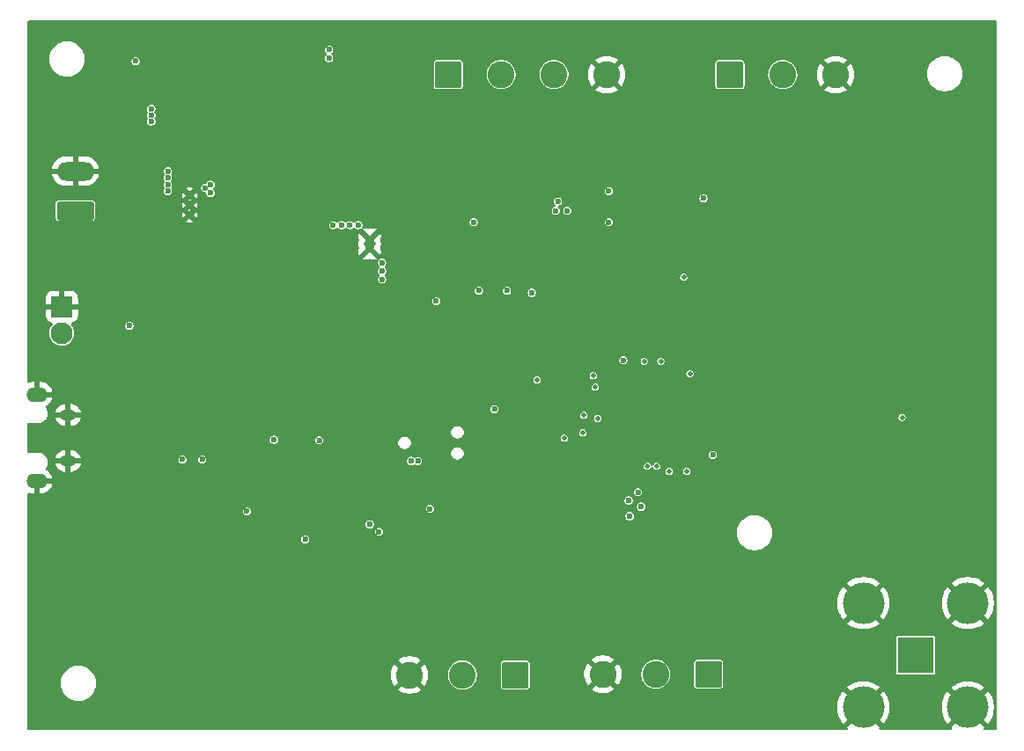
<source format=gbr>
%TF.GenerationSoftware,KiCad,Pcbnew,9.0.6*%
%TF.CreationDate,2025-12-23T13:53:16+01:00*%
%TF.ProjectId,demo wateranalyser,64656d6f-2077-4617-9465-72616e616c79,rev?*%
%TF.SameCoordinates,Original*%
%TF.FileFunction,Copper,L2,Inr*%
%TF.FilePolarity,Positive*%
%FSLAX46Y46*%
G04 Gerber Fmt 4.6, Leading zero omitted, Abs format (unit mm)*
G04 Created by KiCad (PCBNEW 9.0.6) date 2025-12-23 13:53:16*
%MOMM*%
%LPD*%
G01*
G04 APERTURE LIST*
G04 Aperture macros list*
%AMRoundRect*
0 Rectangle with rounded corners*
0 $1 Rounding radius*
0 $2 $3 $4 $5 $6 $7 $8 $9 X,Y pos of 4 corners*
0 Add a 4 corners polygon primitive as box body*
4,1,4,$2,$3,$4,$5,$6,$7,$8,$9,$2,$3,0*
0 Add four circle primitives for the rounded corners*
1,1,$1+$1,$2,$3*
1,1,$1+$1,$4,$5*
1,1,$1+$1,$6,$7*
1,1,$1+$1,$8,$9*
0 Add four rect primitives between the rounded corners*
20,1,$1+$1,$2,$3,$4,$5,0*
20,1,$1+$1,$4,$5,$6,$7,0*
20,1,$1+$1,$6,$7,$8,$9,0*
20,1,$1+$1,$8,$9,$2,$3,0*%
G04 Aperture macros list end*
%TA.AperFunction,HeatsinkPad*%
%ADD10O,2.000000X1.400000*%
%TD*%
%TA.AperFunction,HeatsinkPad*%
%ADD11O,1.500000X1.100000*%
%TD*%
%TA.AperFunction,ComponentPad*%
%ADD12RoundRect,0.250000X-1.050000X-1.050000X1.050000X-1.050000X1.050000X1.050000X-1.050000X1.050000X0*%
%TD*%
%TA.AperFunction,ComponentPad*%
%ADD13C,2.600000*%
%TD*%
%TA.AperFunction,ComponentPad*%
%ADD14RoundRect,0.250000X1.050000X1.050000X-1.050000X1.050000X-1.050000X-1.050000X1.050000X-1.050000X0*%
%TD*%
%TA.AperFunction,ComponentPad*%
%ADD15RoundRect,0.250000X1.550000X-0.650000X1.550000X0.650000X-1.550000X0.650000X-1.550000X-0.650000X0*%
%TD*%
%TA.AperFunction,ComponentPad*%
%ADD16O,3.600000X1.800000*%
%TD*%
%TA.AperFunction,HeatsinkPad*%
%ADD17C,0.500000*%
%TD*%
%TA.AperFunction,ComponentPad*%
%ADD18RoundRect,0.250001X-0.799999X0.799999X-0.799999X-0.799999X0.799999X-0.799999X0.799999X0.799999X0*%
%TD*%
%TA.AperFunction,ComponentPad*%
%ADD19C,2.100000*%
%TD*%
%TA.AperFunction,ComponentPad*%
%ADD20R,3.500000X3.500000*%
%TD*%
%TA.AperFunction,ComponentPad*%
%ADD21C,4.000000*%
%TD*%
%TA.AperFunction,ViaPad*%
%ADD22C,0.500000*%
%TD*%
%TA.AperFunction,ViaPad*%
%ADD23C,0.600000*%
%TD*%
G04 APERTURE END LIST*
D10*
%TO.N,GND*%
%TO.C,J7*%
X127700000Y-62250000D03*
D11*
X130700000Y-60300000D03*
X130700000Y-55850000D03*
D10*
X127700000Y-53900000D03*
%TD*%
D12*
%TO.N,Net-(D1-A1)*%
%TO.C,J1*%
X167260000Y-23100000D03*
D13*
%TO.N,/analog/RS485+*%
X172340000Y-23100000D03*
%TO.N,/analog/RS485-*%
X177420000Y-23100000D03*
%TO.N,GND*%
X182500000Y-23100000D03*
%TD*%
D14*
%TO.N,Net-(D1-A1)*%
%TO.C,J3*%
X173700000Y-80900000D03*
D13*
%TO.N,Net-(D4-A2)*%
X168620000Y-80900000D03*
%TO.N,GND*%
X163540000Y-80900000D03*
%TD*%
D15*
%TO.N,Net-(BT1-+)*%
%TO.C,BT1*%
X131400000Y-36200000D03*
D16*
%TO.N,GND*%
X131400000Y-32390000D03*
%TD*%
D12*
%TO.N,Net-(D1-A1)*%
%TO.C,J2*%
X194340000Y-23100000D03*
D13*
%TO.N,Net-(D3-A2)*%
X199420000Y-23100000D03*
%TO.N,GND*%
X204500000Y-23100000D03*
%TD*%
D17*
%TO.N,GND*%
%TO.C,U7*%
X159350000Y-38650000D03*
X159350000Y-39400000D03*
X159350000Y-40150000D03*
X160050000Y-38650000D03*
X160050000Y-39400000D03*
X160050000Y-40150000D03*
%TD*%
D14*
%TO.N,Net-(D1-A1)*%
%TO.C,J4*%
X192285000Y-80827500D03*
D13*
%TO.N,Net-(D5-A2)*%
X187205000Y-80827500D03*
%TO.N,GND*%
X182125000Y-80827500D03*
%TD*%
D18*
%TO.N,GND*%
%TO.C,J8*%
X130100000Y-45460000D03*
D19*
%TO.N,+5V*%
X130100000Y-48000000D03*
%TD*%
D17*
%TO.N,GND*%
%TO.C,U6*%
X142400000Y-34700000D03*
X142400000Y-35650000D03*
X142400000Y-36600000D03*
%TD*%
D20*
%TO.N,Net-(J6-In)*%
%TO.C,J6*%
X212200000Y-79000000D03*
D21*
%TO.N,GND*%
X217225000Y-84025000D03*
X217225000Y-73975000D03*
X207175000Y-84025000D03*
X207175000Y-73975000D03*
%TD*%
D22*
%TO.N,GND*%
X209050000Y-57200000D03*
X178800000Y-54200000D03*
%TO.N,SWCLK*%
X181625000Y-56200000D03*
%TO.N,GND*%
X174000000Y-52400000D03*
%TO.N,+3V3*%
X175800000Y-52500000D03*
%TO.N,GND*%
X178400000Y-59600000D03*
%TO.N,+3V3*%
X181200000Y-52100000D03*
X190200000Y-61300000D03*
X188500000Y-61300000D03*
X180300000Y-55900000D03*
X187700000Y-50700000D03*
X189900000Y-42600000D03*
X190500000Y-51900000D03*
%TO.N,Net-(U3-VDDRF1V55)*%
X186100000Y-50700000D03*
X180200000Y-57600000D03*
%TO.N,+3V3*%
X178400000Y-58100000D03*
%TO.N,GND*%
X190300000Y-62900000D03*
X178700000Y-55900000D03*
X188500000Y-62900000D03*
X179600000Y-52100000D03*
X192100000Y-51900000D03*
X187700000Y-49200000D03*
%TO.N,/LoRa RF/RF-Switch*%
X181400000Y-53200000D03*
%TO.N,GND*%
X186100000Y-49200000D03*
D23*
%TO.N,/MCU/UART-TX*%
X184600000Y-64100000D03*
%TO.N,NRST*%
X184700000Y-65600000D03*
%TO.N,/MCU/UART-RX*%
X185500000Y-63300000D03*
%TO.N,/MCU/RS485-EN*%
X185800000Y-64700000D03*
%TO.N,+3V3*%
X192700000Y-59700000D03*
%TO.N,GND*%
X183700000Y-28800000D03*
X134625000Y-45725000D03*
X134200000Y-24800000D03*
X205700000Y-30500000D03*
X138800000Y-32400000D03*
%TO.N,+3V3*%
X177800000Y-35300000D03*
X141700000Y-60150000D03*
X169700000Y-37300000D03*
%TO.N,/MCU/ADC-CH2*%
X191800000Y-35000000D03*
%TO.N,+5V*%
X140300000Y-33700000D03*
%TO.N,+3V3*%
X143600000Y-60150000D03*
%TO.N,Vbat*%
X144400000Y-34500000D03*
%TO.N,+3V3*%
X178700000Y-36200000D03*
%TO.N,+5V*%
X136600000Y-47275000D03*
X140300000Y-32400000D03*
X140300000Y-33000000D03*
X140300000Y-34300000D03*
%TO.N,+3V3*%
X177600000Y-36200000D03*
%TO.N,GND*%
X188700000Y-44500000D03*
X193000000Y-29700000D03*
X143300000Y-23800000D03*
X139300000Y-21000000D03*
X149700000Y-23900000D03*
X148275000Y-35875000D03*
X178300000Y-42300000D03*
X144200000Y-32700000D03*
X167700000Y-37400000D03*
X139725000Y-61475000D03*
X173400000Y-35300000D03*
X164500000Y-42300000D03*
X143600000Y-61450000D03*
%TO.N,/MCU/RS485-EN*%
X170200000Y-43900000D03*
%TO.N,Vbat*%
X143900000Y-34000000D03*
X138700000Y-26400000D03*
X158600000Y-37600000D03*
X138700000Y-27000000D03*
%TO.N,/MCU/UART-RX*%
X175300000Y-44100000D03*
%TO.N,/MCU/12V-EN*%
X166100000Y-44900000D03*
%TO.N,Vbat*%
X156200000Y-37600000D03*
X138700000Y-27600000D03*
X157000000Y-37600000D03*
%TO.N,/analog/RS485+*%
X182700000Y-34300000D03*
%TO.N,/MCU/12V-EN*%
X137200000Y-21800000D03*
%TO.N,/analog/RS485+*%
X182700000Y-37300000D03*
%TO.N,Vbat*%
X157800000Y-37600000D03*
X144400000Y-33700000D03*
%TO.N,/MCU/UART-TX*%
X172900000Y-43900000D03*
%TO.N,GND*%
X188600000Y-46700000D03*
%TO.N,Net-(D1-A1)*%
X155800000Y-20700000D03*
%TO.N,GND*%
X201100000Y-66500000D03*
X127300000Y-59000000D03*
X185900000Y-58300000D03*
X194600000Y-48700000D03*
X185900000Y-56100000D03*
X148000000Y-58200000D03*
X193700000Y-74100000D03*
X139700000Y-65050000D03*
X194600000Y-60700000D03*
X196900000Y-62700000D03*
X183800000Y-56100000D03*
X178600000Y-73500000D03*
D22*
X213700000Y-69200000D03*
D23*
X183750000Y-58250000D03*
X127350000Y-57200000D03*
X194600000Y-44700000D03*
X188000000Y-54399000D03*
X199000000Y-62700000D03*
X198600000Y-44400000D03*
X144500000Y-62450000D03*
X196600000Y-44400000D03*
X201100000Y-68500000D03*
X188000000Y-56100000D03*
X188000000Y-58300000D03*
D22*
X198400000Y-48100000D03*
D23*
X201100000Y-70500000D03*
X202600000Y-44400000D03*
D22*
X213700000Y-62300000D03*
D23*
X157500000Y-28200000D03*
X194600000Y-54700000D03*
X200600000Y-44400000D03*
X191500000Y-74100000D03*
X194600000Y-58700000D03*
X173300000Y-74200000D03*
D22*
X202900000Y-56600000D03*
D23*
X183900000Y-54400000D03*
D22*
X204400000Y-48300000D03*
D23*
X145900000Y-58200000D03*
X127350000Y-58075000D03*
X155500000Y-82300000D03*
X201100000Y-64500000D03*
D22*
X209800000Y-48300000D03*
D23*
X186000000Y-54399000D03*
X167070000Y-62200000D03*
X194600000Y-52700000D03*
X160600000Y-73300000D03*
X194600000Y-62700000D03*
X194600000Y-50700000D03*
X146970000Y-58200000D03*
D22*
X134500000Y-58400000D03*
D23*
X201100000Y-72500000D03*
X201100000Y-62700000D03*
X158400000Y-28200000D03*
X194600000Y-46700000D03*
X204600000Y-44400000D03*
%TO.N,+3V3*%
X160900000Y-41200000D03*
X160900000Y-42800000D03*
X164330000Y-60300000D03*
X153500000Y-67850000D03*
X163700000Y-60300000D03*
X160900000Y-42000000D03*
X147900000Y-65150000D03*
%TO.N,/MCU/ADC-CH2*%
X184100000Y-50600000D03*
%TO.N,NRST*%
X165500000Y-64900000D03*
%TO.N,Net-(D7-K)*%
X150500000Y-58250000D03*
X154850000Y-58300000D03*
%TO.N,SWCLK*%
X171700000Y-55300000D03*
D22*
%TO.N,Net-(U2-RXD)*%
X186400000Y-60800000D03*
D23*
X159700000Y-66400000D03*
D22*
%TO.N,Net-(U2-TXD)*%
X187300000Y-60800000D03*
D23*
X160600000Y-67100000D03*
D22*
%TO.N,/LoRa RF/RF-Switch*%
X210900000Y-56100000D03*
D23*
%TO.N,Net-(D1-A1)*%
X155800000Y-21500000D03*
%TD*%
%TA.AperFunction,Conductor*%
%TO.N,GND*%
G36*
X219942539Y-17920185D02*
G01*
X219988294Y-17972989D01*
X219999500Y-18024500D01*
X219999500Y-86076000D01*
X219979815Y-86143039D01*
X219927011Y-86188794D01*
X219875500Y-86200000D01*
X218861695Y-86200000D01*
X218794656Y-86180315D01*
X218748901Y-86127511D01*
X218738957Y-86058353D01*
X218767982Y-85994797D01*
X218784382Y-85979053D01*
X218807257Y-85960810D01*
X217549024Y-84702578D01*
X217580258Y-84689641D01*
X217703097Y-84607563D01*
X217807563Y-84503097D01*
X217889641Y-84380258D01*
X217902578Y-84349025D01*
X219160810Y-85607257D01*
X219267116Y-85473956D01*
X219416507Y-85236200D01*
X219538337Y-84983217D01*
X219631077Y-84718180D01*
X219631078Y-84718178D01*
X219693560Y-84444424D01*
X219693562Y-84444412D01*
X219724999Y-84165401D01*
X219725000Y-84165399D01*
X219725000Y-83884600D01*
X219724999Y-83884598D01*
X219693562Y-83605587D01*
X219693560Y-83605575D01*
X219631078Y-83331821D01*
X219631077Y-83331819D01*
X219538337Y-83066782D01*
X219416507Y-82813799D01*
X219267115Y-82576043D01*
X219160810Y-82442741D01*
X217902578Y-83700974D01*
X217889641Y-83669742D01*
X217807563Y-83546903D01*
X217703097Y-83442437D01*
X217580258Y-83360359D01*
X217549024Y-83347421D01*
X218807257Y-82089187D01*
X218673956Y-81982884D01*
X218436200Y-81833492D01*
X218183217Y-81711662D01*
X217918180Y-81618922D01*
X217918178Y-81618921D01*
X217644424Y-81556439D01*
X217644412Y-81556437D01*
X217365401Y-81525000D01*
X217084598Y-81525000D01*
X216805587Y-81556437D01*
X216805575Y-81556439D01*
X216531821Y-81618921D01*
X216531819Y-81618922D01*
X216266782Y-81711662D01*
X216013799Y-81833492D01*
X215776043Y-81982884D01*
X215642741Y-82089187D01*
X216900975Y-83347421D01*
X216869742Y-83360359D01*
X216746903Y-83442437D01*
X216642437Y-83546903D01*
X216560359Y-83669742D01*
X216547421Y-83700975D01*
X215289187Y-82442741D01*
X215182884Y-82576043D01*
X215033492Y-82813799D01*
X214911662Y-83066782D01*
X214818922Y-83331819D01*
X214818921Y-83331821D01*
X214756439Y-83605575D01*
X214756437Y-83605587D01*
X214725000Y-83884598D01*
X214725000Y-84165401D01*
X214756437Y-84444412D01*
X214756439Y-84444424D01*
X214818921Y-84718178D01*
X214818922Y-84718180D01*
X214911662Y-84983217D01*
X215033492Y-85236200D01*
X215182884Y-85473956D01*
X215289187Y-85607257D01*
X216547421Y-84349024D01*
X216560359Y-84380258D01*
X216642437Y-84503097D01*
X216746903Y-84607563D01*
X216869742Y-84689641D01*
X216900975Y-84702578D01*
X215642741Y-85960810D01*
X215642741Y-85960811D01*
X215665616Y-85979053D01*
X215705756Y-86036242D01*
X215708606Y-86106053D01*
X215673260Y-86166323D01*
X215610941Y-86197916D01*
X215588303Y-86200000D01*
X208811695Y-86200000D01*
X208744656Y-86180315D01*
X208698901Y-86127511D01*
X208688957Y-86058353D01*
X208717982Y-85994797D01*
X208734382Y-85979053D01*
X208757257Y-85960810D01*
X207499024Y-84702578D01*
X207530258Y-84689641D01*
X207653097Y-84607563D01*
X207757563Y-84503097D01*
X207839641Y-84380258D01*
X207852578Y-84349025D01*
X209110810Y-85607257D01*
X209217116Y-85473956D01*
X209366507Y-85236200D01*
X209488337Y-84983217D01*
X209581077Y-84718180D01*
X209581078Y-84718178D01*
X209643560Y-84444424D01*
X209643562Y-84444412D01*
X209674999Y-84165401D01*
X209675000Y-84165399D01*
X209675000Y-83884600D01*
X209674999Y-83884598D01*
X209643562Y-83605587D01*
X209643560Y-83605575D01*
X209581078Y-83331821D01*
X209581077Y-83331819D01*
X209488337Y-83066782D01*
X209366507Y-82813799D01*
X209217115Y-82576043D01*
X209110810Y-82442741D01*
X207852578Y-83700974D01*
X207839641Y-83669742D01*
X207757563Y-83546903D01*
X207653097Y-83442437D01*
X207530258Y-83360359D01*
X207499024Y-83347421D01*
X208757257Y-82089187D01*
X208623956Y-81982884D01*
X208386200Y-81833492D01*
X208133217Y-81711662D01*
X207868180Y-81618922D01*
X207868178Y-81618921D01*
X207594424Y-81556439D01*
X207594412Y-81556437D01*
X207315401Y-81525000D01*
X207034598Y-81525000D01*
X206755587Y-81556437D01*
X206755575Y-81556439D01*
X206481821Y-81618921D01*
X206481819Y-81618922D01*
X206216782Y-81711662D01*
X205963799Y-81833492D01*
X205726043Y-81982884D01*
X205592741Y-82089187D01*
X206850975Y-83347421D01*
X206819742Y-83360359D01*
X206696903Y-83442437D01*
X206592437Y-83546903D01*
X206510359Y-83669742D01*
X206497421Y-83700974D01*
X205239187Y-82442741D01*
X205132884Y-82576043D01*
X204983492Y-82813799D01*
X204861662Y-83066782D01*
X204768922Y-83331819D01*
X204768921Y-83331821D01*
X204706439Y-83605575D01*
X204706437Y-83605587D01*
X204675000Y-83884598D01*
X204675000Y-84165401D01*
X204706437Y-84444412D01*
X204706439Y-84444424D01*
X204768921Y-84718178D01*
X204768922Y-84718180D01*
X204861662Y-84983217D01*
X204983492Y-85236200D01*
X205132884Y-85473956D01*
X205239187Y-85607257D01*
X206497421Y-84349024D01*
X206510359Y-84380258D01*
X206592437Y-84503097D01*
X206696903Y-84607563D01*
X206819742Y-84689641D01*
X206850975Y-84702578D01*
X205592741Y-85960810D01*
X205592741Y-85960811D01*
X205615616Y-85979053D01*
X205655756Y-86036242D01*
X205658606Y-86106053D01*
X205623260Y-86166323D01*
X205560941Y-86197916D01*
X205538303Y-86200000D01*
X126924000Y-86200000D01*
X126856961Y-86180315D01*
X126811206Y-86127511D01*
X126800000Y-86076000D01*
X126800000Y-81588549D01*
X129999500Y-81588549D01*
X129999500Y-81811450D01*
X129999501Y-81811466D01*
X130028594Y-82032452D01*
X130028595Y-82032457D01*
X130028596Y-82032463D01*
X130078330Y-82218073D01*
X130086290Y-82247780D01*
X130086293Y-82247790D01*
X130149281Y-82399855D01*
X130171595Y-82453726D01*
X130283052Y-82646774D01*
X130283057Y-82646780D01*
X130283058Y-82646782D01*
X130418751Y-82823622D01*
X130418757Y-82823629D01*
X130576370Y-82981242D01*
X130576376Y-82981247D01*
X130753226Y-83116948D01*
X130946274Y-83228405D01*
X131152219Y-83313710D01*
X131367537Y-83371404D01*
X131588543Y-83400500D01*
X131588550Y-83400500D01*
X131811450Y-83400500D01*
X131811457Y-83400500D01*
X132032463Y-83371404D01*
X132247781Y-83313710D01*
X132453726Y-83228405D01*
X132646774Y-83116948D01*
X132823624Y-82981247D01*
X132981247Y-82823624D01*
X133116948Y-82646774D01*
X133228405Y-82453726D01*
X133313710Y-82247781D01*
X133371404Y-82032463D01*
X133400500Y-81811457D01*
X133400500Y-81588543D01*
X133371404Y-81367537D01*
X133313710Y-81152219D01*
X133228405Y-80946274D01*
X133133569Y-80782014D01*
X161740000Y-80782014D01*
X161740000Y-81017985D01*
X161770799Y-81251914D01*
X161831870Y-81479837D01*
X161922160Y-81697819D01*
X161922165Y-81697828D01*
X162040144Y-81902171D01*
X162040145Y-81902172D01*
X162102721Y-81983723D01*
X162938958Y-81147487D01*
X162963978Y-81207890D01*
X163035112Y-81314351D01*
X163125649Y-81404888D01*
X163232110Y-81476022D01*
X163292511Y-81501041D01*
X162456275Y-82337277D01*
X162537827Y-82399854D01*
X162537828Y-82399855D01*
X162742171Y-82517834D01*
X162742180Y-82517839D01*
X162960163Y-82608129D01*
X162960161Y-82608129D01*
X163188085Y-82669200D01*
X163422014Y-82699999D01*
X163422029Y-82700000D01*
X163657971Y-82700000D01*
X163657985Y-82699999D01*
X163891914Y-82669200D01*
X164119837Y-82608129D01*
X164337819Y-82517839D01*
X164337828Y-82517834D01*
X164542181Y-82399850D01*
X164623723Y-82337279D01*
X164623723Y-82337276D01*
X163787487Y-81501041D01*
X163847890Y-81476022D01*
X163954351Y-81404888D01*
X164044888Y-81314351D01*
X164116022Y-81207890D01*
X164141041Y-81147488D01*
X164977276Y-81983723D01*
X164977279Y-81983723D01*
X165039850Y-81902181D01*
X165157834Y-81697828D01*
X165157839Y-81697819D01*
X165248129Y-81479837D01*
X165309200Y-81251914D01*
X165339999Y-81017985D01*
X165340000Y-81017971D01*
X165340000Y-80789778D01*
X167219500Y-80789778D01*
X167219500Y-81010221D01*
X167253985Y-81227952D01*
X167322103Y-81437603D01*
X167322104Y-81437606D01*
X167390122Y-81571096D01*
X167417755Y-81625328D01*
X167422187Y-81634025D01*
X167551752Y-81812358D01*
X167551756Y-81812363D01*
X167707636Y-81968243D01*
X167707641Y-81968247D01*
X167796013Y-82032452D01*
X167885978Y-82097815D01*
X168001119Y-82156483D01*
X168082393Y-82197895D01*
X168082396Y-82197896D01*
X168144496Y-82218073D01*
X168292049Y-82266015D01*
X168509778Y-82300500D01*
X168509779Y-82300500D01*
X168730221Y-82300500D01*
X168730222Y-82300500D01*
X168947951Y-82266015D01*
X169157606Y-82197895D01*
X169354022Y-82097815D01*
X169532365Y-81968242D01*
X169688242Y-81812365D01*
X169817815Y-81634022D01*
X169917895Y-81437606D01*
X169986015Y-81227951D01*
X170020500Y-81010222D01*
X170020500Y-80789778D01*
X169986015Y-80572049D01*
X169917895Y-80362394D01*
X169917895Y-80362393D01*
X169880954Y-80289894D01*
X169817815Y-80165978D01*
X169759919Y-80086290D01*
X169688247Y-79987641D01*
X169688243Y-79987636D01*
X169532363Y-79831756D01*
X169532358Y-79831752D01*
X169511694Y-79816739D01*
X172299500Y-79816739D01*
X172299500Y-81983260D01*
X172309426Y-82051391D01*
X172360803Y-82156485D01*
X172443514Y-82239196D01*
X172443515Y-82239196D01*
X172443517Y-82239198D01*
X172548607Y-82290573D01*
X172582673Y-82295536D01*
X172616739Y-82300500D01*
X172616740Y-82300500D01*
X174783261Y-82300500D01*
X174805971Y-82297191D01*
X174851393Y-82290573D01*
X174956483Y-82239198D01*
X175039198Y-82156483D01*
X175090573Y-82051393D01*
X175100500Y-81983260D01*
X175100500Y-80709514D01*
X180325000Y-80709514D01*
X180325000Y-80945485D01*
X180355799Y-81179414D01*
X180416870Y-81407337D01*
X180507160Y-81625319D01*
X180507165Y-81625328D01*
X180625144Y-81829671D01*
X180625145Y-81829672D01*
X180687721Y-81911223D01*
X181523958Y-81074987D01*
X181548978Y-81135390D01*
X181620112Y-81241851D01*
X181710649Y-81332388D01*
X181817110Y-81403522D01*
X181877511Y-81428541D01*
X181041275Y-82264777D01*
X181122827Y-82327354D01*
X181122828Y-82327355D01*
X181327171Y-82445334D01*
X181327180Y-82445339D01*
X181545163Y-82535629D01*
X181545161Y-82535629D01*
X181773085Y-82596700D01*
X182007014Y-82627499D01*
X182007029Y-82627500D01*
X182242971Y-82627500D01*
X182242985Y-82627499D01*
X182476914Y-82596700D01*
X182704837Y-82535629D01*
X182922819Y-82445339D01*
X182922828Y-82445334D01*
X183127181Y-82327350D01*
X183208723Y-82264779D01*
X183208723Y-82264776D01*
X182372487Y-81428541D01*
X182432890Y-81403522D01*
X182539351Y-81332388D01*
X182629888Y-81241851D01*
X182701022Y-81135390D01*
X182726041Y-81074987D01*
X183562276Y-81911223D01*
X183562279Y-81911223D01*
X183624850Y-81829681D01*
X183742834Y-81625328D01*
X183742839Y-81625319D01*
X183833129Y-81407337D01*
X183894200Y-81179414D01*
X183924999Y-80945485D01*
X183925000Y-80945471D01*
X183925000Y-80717278D01*
X185804500Y-80717278D01*
X185804500Y-80937721D01*
X185838985Y-81155452D01*
X185907103Y-81365103D01*
X185907104Y-81365106D01*
X185963620Y-81476022D01*
X186001314Y-81550000D01*
X186007187Y-81561525D01*
X186136752Y-81739858D01*
X186136756Y-81739863D01*
X186292636Y-81895743D01*
X186292641Y-81895747D01*
X186392430Y-81968247D01*
X186470978Y-82025315D01*
X186586119Y-82083983D01*
X186667393Y-82125395D01*
X186667396Y-82125396D01*
X186763074Y-82156483D01*
X186877049Y-82193515D01*
X187094778Y-82228000D01*
X187094779Y-82228000D01*
X187315221Y-82228000D01*
X187315222Y-82228000D01*
X187532951Y-82193515D01*
X187742606Y-82125395D01*
X187939022Y-82025315D01*
X188117365Y-81895742D01*
X188273242Y-81739865D01*
X188402815Y-81561522D01*
X188502895Y-81365106D01*
X188571015Y-81155451D01*
X188605500Y-80937722D01*
X188605500Y-80717278D01*
X188571015Y-80499549D01*
X188526451Y-80362393D01*
X188502896Y-80289896D01*
X188502895Y-80289893D01*
X188458354Y-80202479D01*
X188402815Y-80093478D01*
X188356457Y-80029671D01*
X188273247Y-79915141D01*
X188273243Y-79915136D01*
X188117363Y-79759256D01*
X188117358Y-79759252D01*
X188096694Y-79744239D01*
X190884500Y-79744239D01*
X190884500Y-81910760D01*
X190894426Y-81978891D01*
X190894427Y-81978893D01*
X190945407Y-82083176D01*
X190945803Y-82083985D01*
X191028514Y-82166696D01*
X191028515Y-82166696D01*
X191028517Y-82166698D01*
X191133607Y-82218073D01*
X191167673Y-82223036D01*
X191201739Y-82228000D01*
X191201740Y-82228000D01*
X193368261Y-82228000D01*
X193390971Y-82224691D01*
X193436393Y-82218073D01*
X193541483Y-82166698D01*
X193624198Y-82083983D01*
X193675573Y-81978893D01*
X193685500Y-81910760D01*
X193685500Y-79744240D01*
X193675573Y-79676107D01*
X193624198Y-79571017D01*
X193624196Y-79571015D01*
X193624196Y-79571014D01*
X193541485Y-79488303D01*
X193436391Y-79436926D01*
X193368261Y-79427000D01*
X193368260Y-79427000D01*
X191201740Y-79427000D01*
X191201739Y-79427000D01*
X191133608Y-79436926D01*
X191028514Y-79488303D01*
X190945803Y-79571014D01*
X190894426Y-79676108D01*
X190884500Y-79744239D01*
X188096694Y-79744239D01*
X187939025Y-79629687D01*
X187939024Y-79629686D01*
X187939022Y-79629685D01*
X187876096Y-79597622D01*
X187742606Y-79529604D01*
X187742603Y-79529603D01*
X187532952Y-79461485D01*
X187377892Y-79436926D01*
X187315222Y-79427000D01*
X187094778Y-79427000D01*
X187032108Y-79436926D01*
X186877047Y-79461485D01*
X186667396Y-79529603D01*
X186667393Y-79529604D01*
X186470974Y-79629687D01*
X186292641Y-79759252D01*
X186292636Y-79759256D01*
X186136756Y-79915136D01*
X186136752Y-79915141D01*
X186007187Y-80093474D01*
X185907104Y-80289893D01*
X185907103Y-80289896D01*
X185838985Y-80499547D01*
X185804500Y-80717278D01*
X183925000Y-80717278D01*
X183925000Y-80709528D01*
X183924999Y-80709514D01*
X183894200Y-80475585D01*
X183833129Y-80247662D01*
X183742839Y-80029680D01*
X183742834Y-80029671D01*
X183624855Y-79825328D01*
X183624854Y-79825327D01*
X183562277Y-79743775D01*
X182726041Y-80580011D01*
X182701022Y-80519610D01*
X182629888Y-80413149D01*
X182539351Y-80322612D01*
X182432890Y-80251478D01*
X182372488Y-80226458D01*
X183208723Y-79390221D01*
X183127172Y-79327645D01*
X183127171Y-79327644D01*
X182922828Y-79209665D01*
X182922819Y-79209660D01*
X182704836Y-79119370D01*
X182704838Y-79119370D01*
X182476914Y-79058299D01*
X182242985Y-79027500D01*
X182007014Y-79027500D01*
X181773085Y-79058299D01*
X181545162Y-79119370D01*
X181327180Y-79209660D01*
X181327171Y-79209665D01*
X181122828Y-79327644D01*
X181122818Y-79327650D01*
X181041275Y-79390220D01*
X181041275Y-79390221D01*
X181877512Y-80226458D01*
X181817110Y-80251478D01*
X181710649Y-80322612D01*
X181620112Y-80413149D01*
X181548978Y-80519610D01*
X181523958Y-80580012D01*
X180687721Y-79743775D01*
X180687720Y-79743775D01*
X180625150Y-79825318D01*
X180625144Y-79825328D01*
X180507165Y-80029671D01*
X180507160Y-80029680D01*
X180416870Y-80247662D01*
X180355799Y-80475585D01*
X180325000Y-80709514D01*
X175100500Y-80709514D01*
X175100500Y-79816740D01*
X175090573Y-79748607D01*
X175039198Y-79643517D01*
X175039196Y-79643515D01*
X175039196Y-79643514D01*
X174956485Y-79560803D01*
X174956483Y-79560802D01*
X174851393Y-79509427D01*
X174851391Y-79509426D01*
X174783261Y-79499500D01*
X174783260Y-79499500D01*
X172616740Y-79499500D01*
X172616739Y-79499500D01*
X172548608Y-79509426D01*
X172443514Y-79560803D01*
X172360803Y-79643514D01*
X172309426Y-79748608D01*
X172299500Y-79816739D01*
X169511694Y-79816739D01*
X169354025Y-79702187D01*
X169354024Y-79702186D01*
X169354022Y-79702185D01*
X169291096Y-79670122D01*
X169157606Y-79602104D01*
X169157603Y-79602103D01*
X168947952Y-79533985D01*
X168792892Y-79509426D01*
X168730222Y-79499500D01*
X168509778Y-79499500D01*
X168447108Y-79509426D01*
X168292047Y-79533985D01*
X168082396Y-79602103D01*
X168082393Y-79602104D01*
X167885974Y-79702187D01*
X167707641Y-79831752D01*
X167707636Y-79831756D01*
X167551756Y-79987636D01*
X167551752Y-79987641D01*
X167422187Y-80165974D01*
X167322104Y-80362393D01*
X167322103Y-80362396D01*
X167253985Y-80572047D01*
X167219500Y-80789778D01*
X165340000Y-80789778D01*
X165340000Y-80782028D01*
X165339999Y-80782014D01*
X165309200Y-80548085D01*
X165248129Y-80320162D01*
X165157839Y-80102180D01*
X165157834Y-80102171D01*
X165039855Y-79897828D01*
X165039854Y-79897827D01*
X164977277Y-79816275D01*
X164141041Y-80652511D01*
X164116022Y-80592110D01*
X164044888Y-80485649D01*
X163954351Y-80395112D01*
X163847890Y-80323978D01*
X163787488Y-80298958D01*
X164623723Y-79462721D01*
X164542172Y-79400145D01*
X164542171Y-79400144D01*
X164337828Y-79282165D01*
X164337819Y-79282160D01*
X164119836Y-79191870D01*
X164119838Y-79191870D01*
X163891914Y-79130799D01*
X163657985Y-79100000D01*
X163422014Y-79100000D01*
X163188085Y-79130799D01*
X162960162Y-79191870D01*
X162742180Y-79282160D01*
X162742171Y-79282165D01*
X162537828Y-79400144D01*
X162537818Y-79400150D01*
X162456275Y-79462720D01*
X162456275Y-79462721D01*
X163292512Y-80298958D01*
X163232110Y-80323978D01*
X163125649Y-80395112D01*
X163035112Y-80485649D01*
X162963978Y-80592110D01*
X162938958Y-80652511D01*
X162102721Y-79816275D01*
X162102720Y-79816275D01*
X162040150Y-79897818D01*
X162040144Y-79897828D01*
X161922165Y-80102171D01*
X161922160Y-80102180D01*
X161831870Y-80320162D01*
X161770799Y-80548085D01*
X161740000Y-80782014D01*
X133133569Y-80782014D01*
X133116948Y-80753226D01*
X132981247Y-80576376D01*
X132981242Y-80576370D01*
X132823629Y-80418757D01*
X132823622Y-80418751D01*
X132646782Y-80283058D01*
X132646780Y-80283057D01*
X132646774Y-80283052D01*
X132453726Y-80171595D01*
X132453722Y-80171593D01*
X132247790Y-80086293D01*
X132247783Y-80086291D01*
X132247781Y-80086290D01*
X132032463Y-80028596D01*
X132032457Y-80028595D01*
X132032452Y-80028594D01*
X131811466Y-79999501D01*
X131811463Y-79999500D01*
X131811457Y-79999500D01*
X131588543Y-79999500D01*
X131588537Y-79999500D01*
X131588533Y-79999501D01*
X131367547Y-80028594D01*
X131367540Y-80028595D01*
X131367537Y-80028596D01*
X131152219Y-80086290D01*
X131152209Y-80086293D01*
X130946277Y-80171593D01*
X130946273Y-80171595D01*
X130753226Y-80283052D01*
X130753217Y-80283058D01*
X130576377Y-80418751D01*
X130576370Y-80418757D01*
X130418757Y-80576370D01*
X130418751Y-80576377D01*
X130283058Y-80753217D01*
X130283052Y-80753226D01*
X130171595Y-80946273D01*
X130171593Y-80946277D01*
X130086293Y-81152209D01*
X130086290Y-81152219D01*
X130029248Y-81365106D01*
X130028597Y-81367534D01*
X130028594Y-81367547D01*
X129999501Y-81588533D01*
X129999500Y-81588549D01*
X126800000Y-81588549D01*
X126800000Y-77240098D01*
X210349500Y-77240098D01*
X210349500Y-80759894D01*
X210349501Y-80759902D01*
X210355330Y-80789212D01*
X210377542Y-80822457D01*
X210394219Y-80833599D01*
X210410787Y-80844669D01*
X210410790Y-80844669D01*
X210410791Y-80844670D01*
X210420647Y-80846630D01*
X210440101Y-80850500D01*
X213959898Y-80850499D01*
X213989213Y-80844669D01*
X214022457Y-80822457D01*
X214044669Y-80789213D01*
X214050500Y-80759899D01*
X214050499Y-77240102D01*
X214044669Y-77210787D01*
X214044668Y-77210785D01*
X214022457Y-77177542D01*
X213989214Y-77155332D01*
X213989215Y-77155332D01*
X213989213Y-77155331D01*
X213989211Y-77155330D01*
X213989208Y-77155329D01*
X213959901Y-77149500D01*
X210440105Y-77149500D01*
X210440097Y-77149501D01*
X210410787Y-77155330D01*
X210377542Y-77177542D01*
X210355332Y-77210785D01*
X210355329Y-77210791D01*
X210349500Y-77240098D01*
X126800000Y-77240098D01*
X126800000Y-73834598D01*
X204675000Y-73834598D01*
X204675000Y-74115401D01*
X204706437Y-74394412D01*
X204706439Y-74394424D01*
X204768921Y-74668178D01*
X204768922Y-74668180D01*
X204861662Y-74933217D01*
X204983492Y-75186200D01*
X205132884Y-75423956D01*
X205239187Y-75557257D01*
X206497421Y-74299024D01*
X206510359Y-74330258D01*
X206592437Y-74453097D01*
X206696903Y-74557563D01*
X206819742Y-74639641D01*
X206850975Y-74652578D01*
X205592741Y-75910810D01*
X205592741Y-75910811D01*
X205726043Y-76017115D01*
X205963799Y-76166507D01*
X206216782Y-76288337D01*
X206481819Y-76381077D01*
X206481821Y-76381078D01*
X206755575Y-76443560D01*
X206755587Y-76443562D01*
X207034598Y-76474999D01*
X207034600Y-76475000D01*
X207315400Y-76475000D01*
X207315401Y-76474999D01*
X207594412Y-76443562D01*
X207594424Y-76443560D01*
X207868178Y-76381078D01*
X207868180Y-76381077D01*
X208133217Y-76288337D01*
X208386200Y-76166507D01*
X208623956Y-76017116D01*
X208757257Y-75910810D01*
X207499024Y-74652578D01*
X207530258Y-74639641D01*
X207653097Y-74557563D01*
X207757563Y-74453097D01*
X207839641Y-74330258D01*
X207852578Y-74299025D01*
X209110810Y-75557257D01*
X209217116Y-75423956D01*
X209366507Y-75186200D01*
X209488337Y-74933217D01*
X209581077Y-74668180D01*
X209581078Y-74668178D01*
X209643560Y-74394424D01*
X209643562Y-74394412D01*
X209674999Y-74115401D01*
X209675000Y-74115399D01*
X209675000Y-73834600D01*
X209674999Y-73834598D01*
X214725000Y-73834598D01*
X214725000Y-74115401D01*
X214756437Y-74394412D01*
X214756439Y-74394424D01*
X214818921Y-74668178D01*
X214818922Y-74668180D01*
X214911662Y-74933217D01*
X215033492Y-75186200D01*
X215182884Y-75423956D01*
X215289187Y-75557257D01*
X216547421Y-74299024D01*
X216560359Y-74330258D01*
X216642437Y-74453097D01*
X216746903Y-74557563D01*
X216869742Y-74639641D01*
X216900975Y-74652578D01*
X215642741Y-75910810D01*
X215642741Y-75910811D01*
X215776043Y-76017115D01*
X216013799Y-76166507D01*
X216266782Y-76288337D01*
X216531819Y-76381077D01*
X216531821Y-76381078D01*
X216805575Y-76443560D01*
X216805587Y-76443562D01*
X217084598Y-76474999D01*
X217084600Y-76475000D01*
X217365400Y-76475000D01*
X217365401Y-76474999D01*
X217644412Y-76443562D01*
X217644424Y-76443560D01*
X217918178Y-76381078D01*
X217918180Y-76381077D01*
X218183217Y-76288337D01*
X218436200Y-76166507D01*
X218673956Y-76017116D01*
X218807257Y-75910810D01*
X217549024Y-74652578D01*
X217580258Y-74639641D01*
X217703097Y-74557563D01*
X217807563Y-74453097D01*
X217889641Y-74330258D01*
X217902578Y-74299025D01*
X219160810Y-75557257D01*
X219267116Y-75423956D01*
X219416507Y-75186200D01*
X219538337Y-74933217D01*
X219631077Y-74668180D01*
X219631078Y-74668178D01*
X219693560Y-74394424D01*
X219693562Y-74394412D01*
X219724999Y-74115401D01*
X219725000Y-74115399D01*
X219725000Y-73834600D01*
X219724999Y-73834598D01*
X219693562Y-73555587D01*
X219693560Y-73555575D01*
X219631078Y-73281821D01*
X219631077Y-73281819D01*
X219538337Y-73016782D01*
X219416507Y-72763799D01*
X219267115Y-72526043D01*
X219160810Y-72392741D01*
X217902578Y-73650974D01*
X217889641Y-73619742D01*
X217807563Y-73496903D01*
X217703097Y-73392437D01*
X217580258Y-73310359D01*
X217549024Y-73297421D01*
X218807257Y-72039187D01*
X218673956Y-71932884D01*
X218436200Y-71783492D01*
X218183217Y-71661662D01*
X217918180Y-71568922D01*
X217918178Y-71568921D01*
X217644424Y-71506439D01*
X217644412Y-71506437D01*
X217365401Y-71475000D01*
X217084598Y-71475000D01*
X216805587Y-71506437D01*
X216805575Y-71506439D01*
X216531821Y-71568921D01*
X216531819Y-71568922D01*
X216266782Y-71661662D01*
X216013799Y-71783492D01*
X215776043Y-71932884D01*
X215642741Y-72039187D01*
X216900975Y-73297421D01*
X216869742Y-73310359D01*
X216746903Y-73392437D01*
X216642437Y-73496903D01*
X216560359Y-73619742D01*
X216547421Y-73650975D01*
X215289187Y-72392741D01*
X215182884Y-72526043D01*
X215033492Y-72763799D01*
X214911662Y-73016782D01*
X214818922Y-73281819D01*
X214818921Y-73281821D01*
X214756439Y-73555575D01*
X214756437Y-73555587D01*
X214725000Y-73834598D01*
X209674999Y-73834598D01*
X209643562Y-73555587D01*
X209643560Y-73555575D01*
X209581078Y-73281821D01*
X209581077Y-73281819D01*
X209488337Y-73016782D01*
X209366507Y-72763799D01*
X209217115Y-72526043D01*
X209110810Y-72392741D01*
X207852578Y-73650974D01*
X207839641Y-73619742D01*
X207757563Y-73496903D01*
X207653097Y-73392437D01*
X207530258Y-73310359D01*
X207499024Y-73297421D01*
X208757257Y-72039187D01*
X208623956Y-71932884D01*
X208386200Y-71783492D01*
X208133217Y-71661662D01*
X207868180Y-71568922D01*
X207868178Y-71568921D01*
X207594424Y-71506439D01*
X207594412Y-71506437D01*
X207315401Y-71475000D01*
X207034598Y-71475000D01*
X206755587Y-71506437D01*
X206755575Y-71506439D01*
X206481821Y-71568921D01*
X206481819Y-71568922D01*
X206216782Y-71661662D01*
X205963799Y-71783492D01*
X205726043Y-71932884D01*
X205592741Y-72039187D01*
X206850975Y-73297421D01*
X206819742Y-73310359D01*
X206696903Y-73392437D01*
X206592437Y-73496903D01*
X206510359Y-73619742D01*
X206497421Y-73650974D01*
X205239187Y-72392741D01*
X205132884Y-72526043D01*
X204983492Y-72763799D01*
X204861662Y-73016782D01*
X204768922Y-73281819D01*
X204768921Y-73281821D01*
X204706439Y-73555575D01*
X204706437Y-73555587D01*
X204675000Y-73834598D01*
X126800000Y-73834598D01*
X126800000Y-67797273D01*
X153099500Y-67797273D01*
X153099500Y-67902727D01*
X153126793Y-68004587D01*
X153179520Y-68095913D01*
X153254087Y-68170480D01*
X153345413Y-68223207D01*
X153447273Y-68250500D01*
X153447275Y-68250500D01*
X153552725Y-68250500D01*
X153552727Y-68250500D01*
X153654587Y-68223207D01*
X153745913Y-68170480D01*
X153820480Y-68095913D01*
X153873207Y-68004587D01*
X153900500Y-67902727D01*
X153900500Y-67797273D01*
X153873207Y-67695413D01*
X153820480Y-67604087D01*
X153745913Y-67529520D01*
X153654587Y-67476793D01*
X153552727Y-67449500D01*
X153447273Y-67449500D01*
X153345413Y-67476793D01*
X153345410Y-67476794D01*
X153254085Y-67529521D01*
X153179521Y-67604085D01*
X153126794Y-67695410D01*
X153126793Y-67695413D01*
X153099500Y-67797273D01*
X126800000Y-67797273D01*
X126800000Y-67047273D01*
X160199500Y-67047273D01*
X160199500Y-67152727D01*
X160226793Y-67254587D01*
X160279520Y-67345913D01*
X160354087Y-67420480D01*
X160445413Y-67473207D01*
X160547273Y-67500500D01*
X160547275Y-67500500D01*
X160652725Y-67500500D01*
X160652727Y-67500500D01*
X160754587Y-67473207D01*
X160845913Y-67420480D01*
X160920480Y-67345913D01*
X160973207Y-67254587D01*
X161000500Y-67152727D01*
X161000500Y-67088549D01*
X194999500Y-67088549D01*
X194999500Y-67311450D01*
X194999501Y-67311466D01*
X195028594Y-67532452D01*
X195028595Y-67532457D01*
X195028596Y-67532463D01*
X195072258Y-67695413D01*
X195086290Y-67747780D01*
X195086293Y-67747790D01*
X195171593Y-67953722D01*
X195171595Y-67953726D01*
X195283052Y-68146774D01*
X195283057Y-68146780D01*
X195283058Y-68146782D01*
X195418751Y-68323622D01*
X195418757Y-68323629D01*
X195576370Y-68481242D01*
X195576376Y-68481247D01*
X195753226Y-68616948D01*
X195946274Y-68728405D01*
X196152219Y-68813710D01*
X196367537Y-68871404D01*
X196588543Y-68900500D01*
X196588550Y-68900500D01*
X196811450Y-68900500D01*
X196811457Y-68900500D01*
X197032463Y-68871404D01*
X197247781Y-68813710D01*
X197453726Y-68728405D01*
X197646774Y-68616948D01*
X197823624Y-68481247D01*
X197981247Y-68323624D01*
X198116948Y-68146774D01*
X198228405Y-67953726D01*
X198313710Y-67747781D01*
X198371404Y-67532463D01*
X198400500Y-67311457D01*
X198400500Y-67088543D01*
X198371404Y-66867537D01*
X198313710Y-66652219D01*
X198311098Y-66645914D01*
X198228406Y-66446277D01*
X198228405Y-66446274D01*
X198116948Y-66253226D01*
X197983660Y-66079521D01*
X197981248Y-66076377D01*
X197981242Y-66076370D01*
X197823629Y-65918757D01*
X197823622Y-65918751D01*
X197646782Y-65783058D01*
X197646780Y-65783057D01*
X197646774Y-65783052D01*
X197453726Y-65671595D01*
X197453722Y-65671593D01*
X197247790Y-65586293D01*
X197247783Y-65586291D01*
X197247781Y-65586290D01*
X197032463Y-65528596D01*
X197032457Y-65528595D01*
X197032452Y-65528594D01*
X196811466Y-65499501D01*
X196811463Y-65499500D01*
X196811457Y-65499500D01*
X196588543Y-65499500D01*
X196588537Y-65499500D01*
X196588533Y-65499501D01*
X196367547Y-65528594D01*
X196367540Y-65528595D01*
X196367537Y-65528596D01*
X196285790Y-65550500D01*
X196152219Y-65586290D01*
X196152209Y-65586293D01*
X195946277Y-65671593D01*
X195946273Y-65671595D01*
X195753226Y-65783052D01*
X195753217Y-65783058D01*
X195576377Y-65918751D01*
X195576370Y-65918757D01*
X195418757Y-66076370D01*
X195418751Y-66076377D01*
X195283058Y-66253217D01*
X195283052Y-66253226D01*
X195171595Y-66446273D01*
X195171593Y-66446277D01*
X195086293Y-66652209D01*
X195086290Y-66652219D01*
X195032201Y-66854085D01*
X195028597Y-66867534D01*
X195028594Y-66867547D01*
X194999501Y-67088533D01*
X194999500Y-67088549D01*
X161000500Y-67088549D01*
X161000500Y-67047273D01*
X160973207Y-66945413D01*
X160920480Y-66854087D01*
X160845913Y-66779520D01*
X160754587Y-66726793D01*
X160652727Y-66699500D01*
X160547273Y-66699500D01*
X160445413Y-66726793D01*
X160445410Y-66726794D01*
X160354085Y-66779521D01*
X160279521Y-66854085D01*
X160226794Y-66945410D01*
X160226793Y-66945413D01*
X160199500Y-67047273D01*
X126800000Y-67047273D01*
X126800000Y-66347273D01*
X159299500Y-66347273D01*
X159299500Y-66452727D01*
X159326793Y-66554587D01*
X159379520Y-66645913D01*
X159454087Y-66720480D01*
X159545413Y-66773207D01*
X159647273Y-66800500D01*
X159647275Y-66800500D01*
X159752725Y-66800500D01*
X159752727Y-66800500D01*
X159854587Y-66773207D01*
X159945913Y-66720480D01*
X160020480Y-66645913D01*
X160073207Y-66554587D01*
X160100500Y-66452727D01*
X160100500Y-66347273D01*
X160073207Y-66245413D01*
X160020480Y-66154087D01*
X159945913Y-66079520D01*
X159854587Y-66026793D01*
X159752727Y-65999500D01*
X159647273Y-65999500D01*
X159545413Y-66026793D01*
X159545410Y-66026794D01*
X159454085Y-66079521D01*
X159379521Y-66154085D01*
X159326794Y-66245410D01*
X159326793Y-66245413D01*
X159299500Y-66347273D01*
X126800000Y-66347273D01*
X126800000Y-65097273D01*
X147499500Y-65097273D01*
X147499500Y-65202727D01*
X147526793Y-65304587D01*
X147579520Y-65395913D01*
X147654087Y-65470480D01*
X147745413Y-65523207D01*
X147847273Y-65550500D01*
X147847275Y-65550500D01*
X147952725Y-65550500D01*
X147952727Y-65550500D01*
X147964770Y-65547273D01*
X184299500Y-65547273D01*
X184299500Y-65652727D01*
X184326793Y-65754587D01*
X184379520Y-65845913D01*
X184454087Y-65920480D01*
X184545413Y-65973207D01*
X184647273Y-66000500D01*
X184647275Y-66000500D01*
X184752725Y-66000500D01*
X184752727Y-66000500D01*
X184854587Y-65973207D01*
X184945913Y-65920480D01*
X185020480Y-65845913D01*
X185073207Y-65754587D01*
X185100500Y-65652727D01*
X185100500Y-65547273D01*
X185073207Y-65445413D01*
X185020480Y-65354087D01*
X184945913Y-65279520D01*
X184854587Y-65226793D01*
X184752727Y-65199500D01*
X184647273Y-65199500D01*
X184545413Y-65226793D01*
X184545410Y-65226794D01*
X184454085Y-65279521D01*
X184379521Y-65354085D01*
X184326794Y-65445410D01*
X184326793Y-65445413D01*
X184299500Y-65547273D01*
X147964770Y-65547273D01*
X148054587Y-65523207D01*
X148145913Y-65470480D01*
X148220480Y-65395913D01*
X148273207Y-65304587D01*
X148300500Y-65202727D01*
X148300500Y-65097273D01*
X148273207Y-64995413D01*
X148220480Y-64904087D01*
X148163666Y-64847273D01*
X165099500Y-64847273D01*
X165099500Y-64952727D01*
X165126793Y-65054587D01*
X165179520Y-65145913D01*
X165254087Y-65220480D01*
X165345413Y-65273207D01*
X165447273Y-65300500D01*
X165447275Y-65300500D01*
X165552725Y-65300500D01*
X165552727Y-65300500D01*
X165654587Y-65273207D01*
X165745913Y-65220480D01*
X165820480Y-65145913D01*
X165873207Y-65054587D01*
X165900500Y-64952727D01*
X165900500Y-64847273D01*
X165873207Y-64745413D01*
X165820480Y-64654087D01*
X165813666Y-64647273D01*
X185399500Y-64647273D01*
X185399500Y-64752727D01*
X185426793Y-64854587D01*
X185479520Y-64945913D01*
X185554087Y-65020480D01*
X185645413Y-65073207D01*
X185747273Y-65100500D01*
X185747275Y-65100500D01*
X185852725Y-65100500D01*
X185852727Y-65100500D01*
X185954587Y-65073207D01*
X186045913Y-65020480D01*
X186120480Y-64945913D01*
X186173207Y-64854587D01*
X186200500Y-64752727D01*
X186200500Y-64647273D01*
X186173207Y-64545413D01*
X186120480Y-64454087D01*
X186045913Y-64379520D01*
X185954587Y-64326793D01*
X185852727Y-64299500D01*
X185747273Y-64299500D01*
X185645413Y-64326793D01*
X185645410Y-64326794D01*
X185554085Y-64379521D01*
X185479521Y-64454085D01*
X185426794Y-64545410D01*
X185426793Y-64545413D01*
X185399500Y-64647273D01*
X165813666Y-64647273D01*
X165745913Y-64579520D01*
X165654587Y-64526793D01*
X165552727Y-64499500D01*
X165447273Y-64499500D01*
X165345413Y-64526793D01*
X165345410Y-64526794D01*
X165254085Y-64579521D01*
X165179521Y-64654085D01*
X165126794Y-64745410D01*
X165126793Y-64745413D01*
X165099500Y-64847273D01*
X148163666Y-64847273D01*
X148145913Y-64829520D01*
X148054587Y-64776793D01*
X147952727Y-64749500D01*
X147847273Y-64749500D01*
X147745413Y-64776793D01*
X147745410Y-64776794D01*
X147654085Y-64829521D01*
X147579521Y-64904085D01*
X147526794Y-64995410D01*
X147526793Y-64995413D01*
X147499500Y-65097273D01*
X126800000Y-65097273D01*
X126800000Y-64047273D01*
X184199500Y-64047273D01*
X184199500Y-64152727D01*
X184226793Y-64254587D01*
X184279520Y-64345913D01*
X184354087Y-64420480D01*
X184445413Y-64473207D01*
X184547273Y-64500500D01*
X184547275Y-64500500D01*
X184652725Y-64500500D01*
X184652727Y-64500500D01*
X184754587Y-64473207D01*
X184845913Y-64420480D01*
X184920480Y-64345913D01*
X184973207Y-64254587D01*
X185000500Y-64152727D01*
X185000500Y-64047273D01*
X184973207Y-63945413D01*
X184920480Y-63854087D01*
X184845913Y-63779520D01*
X184754587Y-63726793D01*
X184652727Y-63699500D01*
X184547273Y-63699500D01*
X184445413Y-63726793D01*
X184445410Y-63726794D01*
X184354085Y-63779521D01*
X184279521Y-63854085D01*
X184226794Y-63945410D01*
X184226793Y-63945413D01*
X184199500Y-64047273D01*
X126800000Y-64047273D01*
X126800000Y-63487474D01*
X126819685Y-63420435D01*
X126872489Y-63374680D01*
X126941647Y-63364736D01*
X126962318Y-63369543D01*
X127118998Y-63420452D01*
X127305553Y-63450000D01*
X127450000Y-63450000D01*
X127450000Y-62660000D01*
X127950000Y-62660000D01*
X127950000Y-63450000D01*
X128094447Y-63450000D01*
X128281002Y-63420451D01*
X128460637Y-63362085D01*
X128628940Y-63276329D01*
X128668933Y-63247273D01*
X185099500Y-63247273D01*
X185099500Y-63352727D01*
X185126793Y-63454587D01*
X185179520Y-63545913D01*
X185254087Y-63620480D01*
X185345413Y-63673207D01*
X185447273Y-63700500D01*
X185447275Y-63700500D01*
X185552725Y-63700500D01*
X185552727Y-63700500D01*
X185654587Y-63673207D01*
X185745913Y-63620480D01*
X185820480Y-63545913D01*
X185873207Y-63454587D01*
X185900500Y-63352727D01*
X185900500Y-63247273D01*
X185873207Y-63145413D01*
X185820480Y-63054087D01*
X185745913Y-62979520D01*
X185654587Y-62926793D01*
X185552727Y-62899500D01*
X185447273Y-62899500D01*
X185345413Y-62926793D01*
X185345410Y-62926794D01*
X185254085Y-62979521D01*
X185179521Y-63054085D01*
X185126794Y-63145410D01*
X185126793Y-63145413D01*
X185099500Y-63247273D01*
X128668933Y-63247273D01*
X128781741Y-63165314D01*
X128781746Y-63165310D01*
X128795592Y-63151465D01*
X128915310Y-63031746D01*
X128915314Y-63031741D01*
X129026329Y-62878940D01*
X129112085Y-62710637D01*
X129170451Y-62531002D01*
X129175362Y-62500000D01*
X128269090Y-62500000D01*
X128322059Y-62408254D01*
X128350000Y-62303978D01*
X128350000Y-62196022D01*
X128322059Y-62091746D01*
X128269090Y-62000000D01*
X129175362Y-62000000D01*
X129170451Y-61968997D01*
X129112085Y-61789362D01*
X129026329Y-61621059D01*
X128915314Y-61468258D01*
X128915310Y-61468253D01*
X128781746Y-61334689D01*
X128781741Y-61334685D01*
X128628938Y-61223668D01*
X128598249Y-61208031D01*
X128547454Y-61160057D01*
X128530659Y-61092236D01*
X128551441Y-61028659D01*
X128645167Y-60888389D01*
X128714933Y-60719958D01*
X128734721Y-60620478D01*
X128750500Y-60541156D01*
X128750500Y-60358843D01*
X128714934Y-60180047D01*
X128714933Y-60180046D01*
X128714933Y-60180042D01*
X128713590Y-60176800D01*
X128694530Y-60130783D01*
X128661069Y-60050000D01*
X129479157Y-60050000D01*
X130355910Y-60050000D01*
X130302941Y-60141746D01*
X130275000Y-60246022D01*
X130275000Y-60353978D01*
X130302941Y-60458254D01*
X130355910Y-60550000D01*
X129479157Y-60550000D01*
X129490350Y-60606274D01*
X129490351Y-60606276D01*
X129569500Y-60797358D01*
X129569505Y-60797368D01*
X129684410Y-60969335D01*
X129684413Y-60969339D01*
X129830660Y-61115586D01*
X129830664Y-61115589D01*
X130002631Y-61230494D01*
X130002641Y-61230499D01*
X130193725Y-61309649D01*
X130193733Y-61309651D01*
X130396579Y-61349999D01*
X130396583Y-61350000D01*
X130450000Y-61350000D01*
X130450000Y-60637750D01*
X130526746Y-60682059D01*
X130631022Y-60710000D01*
X130768978Y-60710000D01*
X130873254Y-60682059D01*
X130950000Y-60637750D01*
X130950000Y-61350000D01*
X131003417Y-61350000D01*
X131003420Y-61349999D01*
X131206266Y-61309651D01*
X131206274Y-61309649D01*
X131340970Y-61253856D01*
X188149500Y-61253856D01*
X188149500Y-61346143D01*
X188173387Y-61435290D01*
X188173388Y-61435293D01*
X188219526Y-61515205D01*
X188219529Y-61515209D01*
X188219531Y-61515212D01*
X188284788Y-61580469D01*
X188284791Y-61580470D01*
X188284794Y-61580473D01*
X188364706Y-61626611D01*
X188364707Y-61626611D01*
X188364712Y-61626614D01*
X188453856Y-61650500D01*
X188453858Y-61650500D01*
X188546142Y-61650500D01*
X188546144Y-61650500D01*
X188635288Y-61626614D01*
X188715212Y-61580469D01*
X188780469Y-61515212D01*
X188826614Y-61435288D01*
X188850500Y-61346144D01*
X188850500Y-61253856D01*
X189849500Y-61253856D01*
X189849500Y-61346143D01*
X189873387Y-61435290D01*
X189873388Y-61435293D01*
X189919526Y-61515205D01*
X189919529Y-61515209D01*
X189919531Y-61515212D01*
X189984788Y-61580469D01*
X189984791Y-61580470D01*
X189984794Y-61580473D01*
X190064706Y-61626611D01*
X190064707Y-61626611D01*
X190064712Y-61626614D01*
X190153856Y-61650500D01*
X190153858Y-61650500D01*
X190246142Y-61650500D01*
X190246144Y-61650500D01*
X190335288Y-61626614D01*
X190415212Y-61580469D01*
X190480469Y-61515212D01*
X190526614Y-61435288D01*
X190550500Y-61346144D01*
X190550500Y-61253856D01*
X190526614Y-61164712D01*
X190526611Y-61164706D01*
X190480473Y-61084794D01*
X190480470Y-61084791D01*
X190480469Y-61084788D01*
X190415212Y-61019531D01*
X190415209Y-61019529D01*
X190415205Y-61019526D01*
X190335293Y-60973388D01*
X190335290Y-60973387D01*
X190335289Y-60973386D01*
X190335288Y-60973386D01*
X190246144Y-60949500D01*
X190153856Y-60949500D01*
X190064712Y-60973386D01*
X190064711Y-60973386D01*
X190064709Y-60973387D01*
X190064706Y-60973388D01*
X189984794Y-61019526D01*
X189984785Y-61019533D01*
X189919533Y-61084785D01*
X189919526Y-61084794D01*
X189873388Y-61164706D01*
X189873387Y-61164709D01*
X189873386Y-61164711D01*
X189873386Y-61164712D01*
X189849500Y-61253856D01*
X188850500Y-61253856D01*
X188826614Y-61164712D01*
X188826611Y-61164706D01*
X188780473Y-61084794D01*
X188780470Y-61084791D01*
X188780469Y-61084788D01*
X188715212Y-61019531D01*
X188715209Y-61019529D01*
X188715205Y-61019526D01*
X188635293Y-60973388D01*
X188635290Y-60973387D01*
X188635289Y-60973386D01*
X188635288Y-60973386D01*
X188546144Y-60949500D01*
X188453856Y-60949500D01*
X188364712Y-60973386D01*
X188364711Y-60973386D01*
X188364709Y-60973387D01*
X188364706Y-60973388D01*
X188284794Y-61019526D01*
X188284785Y-61019533D01*
X188219533Y-61084785D01*
X188219526Y-61084794D01*
X188173388Y-61164706D01*
X188173387Y-61164709D01*
X188173386Y-61164711D01*
X188173386Y-61164712D01*
X188149500Y-61253856D01*
X131340970Y-61253856D01*
X131397358Y-61230499D01*
X131397368Y-61230494D01*
X131569335Y-61115589D01*
X131569339Y-61115586D01*
X131715586Y-60969339D01*
X131715589Y-60969335D01*
X131830494Y-60797368D01*
X131830499Y-60797358D01*
X131848518Y-60753856D01*
X186049500Y-60753856D01*
X186049500Y-60846144D01*
X186060819Y-60888389D01*
X186073387Y-60935290D01*
X186073388Y-60935293D01*
X186119526Y-61015205D01*
X186119529Y-61015209D01*
X186119531Y-61015212D01*
X186184788Y-61080469D01*
X186184791Y-61080470D01*
X186184794Y-61080473D01*
X186264706Y-61126611D01*
X186264707Y-61126611D01*
X186264712Y-61126614D01*
X186353856Y-61150500D01*
X186353858Y-61150500D01*
X186446142Y-61150500D01*
X186446144Y-61150500D01*
X186535288Y-61126614D01*
X186615212Y-61080469D01*
X186680469Y-61015212D01*
X186726614Y-60935288D01*
X186730225Y-60921808D01*
X186766590Y-60862149D01*
X186829437Y-60831620D01*
X186898812Y-60839915D01*
X186952690Y-60884400D01*
X186969775Y-60921810D01*
X186973387Y-60935290D01*
X186973388Y-60935293D01*
X187019526Y-61015205D01*
X187019529Y-61015209D01*
X187019531Y-61015212D01*
X187084788Y-61080469D01*
X187084791Y-61080470D01*
X187084794Y-61080473D01*
X187164706Y-61126611D01*
X187164707Y-61126611D01*
X187164712Y-61126614D01*
X187253856Y-61150500D01*
X187253858Y-61150500D01*
X187346142Y-61150500D01*
X187346144Y-61150500D01*
X187435288Y-61126614D01*
X187515212Y-61080469D01*
X187580469Y-61015212D01*
X187626614Y-60935288D01*
X187650500Y-60846144D01*
X187650500Y-60753856D01*
X187626614Y-60664712D01*
X187611389Y-60638342D01*
X187580473Y-60584794D01*
X187580470Y-60584791D01*
X187580469Y-60584788D01*
X187515212Y-60519531D01*
X187515209Y-60519529D01*
X187515205Y-60519526D01*
X187435293Y-60473388D01*
X187435290Y-60473387D01*
X187435289Y-60473386D01*
X187435288Y-60473386D01*
X187346144Y-60449500D01*
X187253856Y-60449500D01*
X187164712Y-60473386D01*
X187164711Y-60473386D01*
X187164709Y-60473387D01*
X187164706Y-60473388D01*
X187084794Y-60519526D01*
X187084785Y-60519533D01*
X187019533Y-60584785D01*
X187019526Y-60584794D01*
X186973388Y-60664706D01*
X186973386Y-60664710D01*
X186973386Y-60664712D01*
X186969773Y-60678192D01*
X186933409Y-60737851D01*
X186870562Y-60768379D01*
X186801186Y-60760084D01*
X186747309Y-60715598D01*
X186730226Y-60678194D01*
X186726614Y-60664712D01*
X186711389Y-60638342D01*
X186680473Y-60584794D01*
X186680470Y-60584791D01*
X186680469Y-60584788D01*
X186615212Y-60519531D01*
X186615209Y-60519529D01*
X186615205Y-60519526D01*
X186535293Y-60473388D01*
X186535290Y-60473387D01*
X186535289Y-60473386D01*
X186535288Y-60473386D01*
X186446144Y-60449500D01*
X186353856Y-60449500D01*
X186264712Y-60473386D01*
X186264711Y-60473386D01*
X186264709Y-60473387D01*
X186264706Y-60473388D01*
X186184794Y-60519526D01*
X186184785Y-60519533D01*
X186119533Y-60584785D01*
X186119526Y-60584794D01*
X186073388Y-60664706D01*
X186073387Y-60664709D01*
X186073386Y-60664711D01*
X186073386Y-60664712D01*
X186049500Y-60753856D01*
X131848518Y-60753856D01*
X131909648Y-60606276D01*
X131909649Y-60606274D01*
X131920843Y-60550000D01*
X131044090Y-60550000D01*
X131097059Y-60458254D01*
X131125000Y-60353978D01*
X131125000Y-60246022D01*
X131097059Y-60141746D01*
X131071383Y-60097273D01*
X141299500Y-60097273D01*
X141299500Y-60202727D01*
X141326793Y-60304587D01*
X141379520Y-60395913D01*
X141454087Y-60470480D01*
X141545413Y-60523207D01*
X141647273Y-60550500D01*
X141647275Y-60550500D01*
X141752725Y-60550500D01*
X141752727Y-60550500D01*
X141854587Y-60523207D01*
X141945913Y-60470480D01*
X142020480Y-60395913D01*
X142073207Y-60304587D01*
X142100500Y-60202727D01*
X142100500Y-60097273D01*
X143199500Y-60097273D01*
X143199500Y-60202727D01*
X143226793Y-60304587D01*
X143279520Y-60395913D01*
X143354087Y-60470480D01*
X143445413Y-60523207D01*
X143547273Y-60550500D01*
X143547275Y-60550500D01*
X143652725Y-60550500D01*
X143652727Y-60550500D01*
X143754587Y-60523207D01*
X143845913Y-60470480D01*
X143920480Y-60395913D01*
X143973207Y-60304587D01*
X143988564Y-60247273D01*
X163299500Y-60247273D01*
X163299500Y-60352727D01*
X163326793Y-60454587D01*
X163379520Y-60545913D01*
X163454087Y-60620480D01*
X163545413Y-60673207D01*
X163647273Y-60700500D01*
X163647275Y-60700500D01*
X163752725Y-60700500D01*
X163752727Y-60700500D01*
X163854587Y-60673207D01*
X163945913Y-60620480D01*
X163945914Y-60620478D01*
X163952951Y-60616416D01*
X163954782Y-60619587D01*
X164004049Y-60600250D01*
X164072565Y-60613937D01*
X164076879Y-60616709D01*
X164077049Y-60616416D01*
X164084085Y-60620478D01*
X164084087Y-60620480D01*
X164175413Y-60673207D01*
X164277273Y-60700500D01*
X164277275Y-60700500D01*
X164382725Y-60700500D01*
X164382727Y-60700500D01*
X164484587Y-60673207D01*
X164575913Y-60620480D01*
X164650480Y-60545913D01*
X164703207Y-60454587D01*
X164730500Y-60352727D01*
X164730500Y-60247273D01*
X164703207Y-60145413D01*
X164650480Y-60054087D01*
X164575913Y-59979520D01*
X164484587Y-59926793D01*
X164382727Y-59899500D01*
X164277273Y-59899500D01*
X164175413Y-59926793D01*
X164175410Y-59926794D01*
X164140706Y-59946831D01*
X164084087Y-59979520D01*
X164084085Y-59979521D01*
X164077049Y-59983584D01*
X164075339Y-59980623D01*
X164024360Y-59999880D01*
X163956026Y-59985312D01*
X163953055Y-59983403D01*
X163952951Y-59983584D01*
X163945914Y-59979521D01*
X163945913Y-59979520D01*
X163854587Y-59926793D01*
X163752727Y-59899500D01*
X163647273Y-59899500D01*
X163545413Y-59926793D01*
X163545410Y-59926794D01*
X163454085Y-59979521D01*
X163379521Y-60054085D01*
X163326794Y-60145410D01*
X163326793Y-60145413D01*
X163299500Y-60247273D01*
X143988564Y-60247273D01*
X144000500Y-60202727D01*
X144000500Y-60097273D01*
X143973207Y-59995413D01*
X143920480Y-59904087D01*
X143845913Y-59829520D01*
X143754587Y-59776793D01*
X143652727Y-59749500D01*
X143547273Y-59749500D01*
X143445413Y-59776793D01*
X143445410Y-59776794D01*
X143354085Y-59829521D01*
X143279521Y-59904085D01*
X143226794Y-59995410D01*
X143226793Y-59995413D01*
X143199500Y-60097273D01*
X142100500Y-60097273D01*
X142073207Y-59995413D01*
X142020480Y-59904087D01*
X141945913Y-59829520D01*
X141854587Y-59776793D01*
X141752727Y-59749500D01*
X141647273Y-59749500D01*
X141545413Y-59776793D01*
X141545410Y-59776794D01*
X141454085Y-59829521D01*
X141379521Y-59904085D01*
X141326794Y-59995410D01*
X141326793Y-59995413D01*
X141299500Y-60097273D01*
X131071383Y-60097273D01*
X131044090Y-60050000D01*
X131920843Y-60050000D01*
X131909649Y-59993725D01*
X131909648Y-59993723D01*
X131830499Y-59802641D01*
X131830494Y-59802631D01*
X131715589Y-59630664D01*
X131715586Y-59630660D01*
X131587487Y-59502561D01*
X167544200Y-59502561D01*
X167544200Y-59659439D01*
X167584803Y-59810970D01*
X167663241Y-59946830D01*
X167774170Y-60057759D01*
X167910030Y-60136197D01*
X168061561Y-60176800D01*
X168061564Y-60176800D01*
X168218436Y-60176800D01*
X168218439Y-60176800D01*
X168369970Y-60136197D01*
X168505830Y-60057759D01*
X168616759Y-59946830D01*
X168695197Y-59810970D01*
X168735800Y-59659439D01*
X168735800Y-59647273D01*
X192299500Y-59647273D01*
X192299500Y-59752727D01*
X192326793Y-59854587D01*
X192379520Y-59945913D01*
X192454087Y-60020480D01*
X192545413Y-60073207D01*
X192647273Y-60100500D01*
X192647275Y-60100500D01*
X192752725Y-60100500D01*
X192752727Y-60100500D01*
X192854587Y-60073207D01*
X192945913Y-60020480D01*
X193020480Y-59945913D01*
X193073207Y-59854587D01*
X193100500Y-59752727D01*
X193100500Y-59647273D01*
X193073207Y-59545413D01*
X193020480Y-59454087D01*
X192945913Y-59379520D01*
X192854587Y-59326793D01*
X192752727Y-59299500D01*
X192647273Y-59299500D01*
X192545413Y-59326793D01*
X192545410Y-59326794D01*
X192454085Y-59379521D01*
X192379521Y-59454085D01*
X192326794Y-59545410D01*
X192326793Y-59545413D01*
X192299500Y-59647273D01*
X168735800Y-59647273D01*
X168735800Y-59502561D01*
X168695197Y-59351030D01*
X168616759Y-59215170D01*
X168505830Y-59104241D01*
X168369970Y-59025803D01*
X168369971Y-59025803D01*
X168332087Y-59015652D01*
X168218439Y-58985200D01*
X168061561Y-58985200D01*
X167947912Y-59015652D01*
X167910029Y-59025803D01*
X167774171Y-59104240D01*
X167774168Y-59104242D01*
X167663242Y-59215168D01*
X167663240Y-59215171D01*
X167584803Y-59351029D01*
X167577169Y-59379520D01*
X167544200Y-59502561D01*
X131587487Y-59502561D01*
X131569339Y-59484413D01*
X131569335Y-59484410D01*
X131397368Y-59369505D01*
X131397358Y-59369500D01*
X131206274Y-59290350D01*
X131206266Y-59290348D01*
X131003420Y-59250000D01*
X130950000Y-59250000D01*
X130950000Y-59962249D01*
X130873254Y-59917941D01*
X130768978Y-59890000D01*
X130631022Y-59890000D01*
X130526746Y-59917941D01*
X130450000Y-59962249D01*
X130450000Y-59250000D01*
X130396579Y-59250000D01*
X130193733Y-59290348D01*
X130193725Y-59290350D01*
X130002641Y-59369500D01*
X130002631Y-59369505D01*
X129830664Y-59484410D01*
X129830660Y-59484413D01*
X129684413Y-59630660D01*
X129684410Y-59630664D01*
X129569505Y-59802631D01*
X129569500Y-59802641D01*
X129490351Y-59993723D01*
X129490350Y-59993725D01*
X129479157Y-60050000D01*
X128661069Y-60050000D01*
X128645166Y-60011608D01*
X128543886Y-59860032D01*
X128543880Y-59860024D01*
X128414975Y-59731119D01*
X128414967Y-59731113D01*
X128263391Y-59629833D01*
X128263387Y-59629831D01*
X128094962Y-59560068D01*
X128094952Y-59560065D01*
X127916156Y-59524500D01*
X127916154Y-59524500D01*
X127890892Y-59524500D01*
X126924000Y-59524500D01*
X126856961Y-59504815D01*
X126811206Y-59452011D01*
X126800000Y-59400500D01*
X126800000Y-58197273D01*
X150099500Y-58197273D01*
X150099500Y-58302727D01*
X150126793Y-58404587D01*
X150179520Y-58495913D01*
X150254087Y-58570480D01*
X150345413Y-58623207D01*
X150447273Y-58650500D01*
X150447275Y-58650500D01*
X150552725Y-58650500D01*
X150552727Y-58650500D01*
X150654587Y-58623207D01*
X150745913Y-58570480D01*
X150820480Y-58495913D01*
X150873207Y-58404587D01*
X150900500Y-58302727D01*
X150900500Y-58247273D01*
X154449500Y-58247273D01*
X154449500Y-58352727D01*
X154476793Y-58454587D01*
X154529520Y-58545913D01*
X154604087Y-58620480D01*
X154695413Y-58673207D01*
X154797273Y-58700500D01*
X154797275Y-58700500D01*
X154902725Y-58700500D01*
X154902727Y-58700500D01*
X155004587Y-58673207D01*
X155095913Y-58620480D01*
X155170480Y-58545913D01*
X155204747Y-58486561D01*
X162464200Y-58486561D01*
X162464200Y-58643439D01*
X162504803Y-58794970D01*
X162583241Y-58930830D01*
X162694170Y-59041759D01*
X162830030Y-59120197D01*
X162981561Y-59160800D01*
X162981564Y-59160800D01*
X163138436Y-59160800D01*
X163138439Y-59160800D01*
X163289970Y-59120197D01*
X163425830Y-59041759D01*
X163536759Y-58930830D01*
X163615197Y-58794970D01*
X163655800Y-58643439D01*
X163655800Y-58486561D01*
X163615197Y-58335030D01*
X163536759Y-58199170D01*
X163425830Y-58088241D01*
X163289970Y-58009803D01*
X163289971Y-58009803D01*
X163252087Y-57999652D01*
X163138439Y-57969200D01*
X162981561Y-57969200D01*
X162867912Y-57999652D01*
X162830029Y-58009803D01*
X162694171Y-58088240D01*
X162694168Y-58088242D01*
X162583242Y-58199168D01*
X162583240Y-58199171D01*
X162504803Y-58335029D01*
X162500061Y-58352726D01*
X162464200Y-58486561D01*
X155204747Y-58486561D01*
X155223207Y-58454587D01*
X155250500Y-58352727D01*
X155250500Y-58247273D01*
X155223207Y-58145413D01*
X155170480Y-58054087D01*
X155095913Y-57979520D01*
X155009312Y-57929521D01*
X155004589Y-57926794D01*
X155004588Y-57926793D01*
X155004587Y-57926793D01*
X154902727Y-57899500D01*
X154797273Y-57899500D01*
X154695413Y-57926793D01*
X154695410Y-57926794D01*
X154604085Y-57979521D01*
X154529521Y-58054085D01*
X154476794Y-58145410D01*
X154476793Y-58145413D01*
X154449500Y-58247273D01*
X150900500Y-58247273D01*
X150900500Y-58197273D01*
X150873207Y-58095413D01*
X150820480Y-58004087D01*
X150745913Y-57929520D01*
X150654587Y-57876793D01*
X150552727Y-57849500D01*
X150447273Y-57849500D01*
X150345413Y-57876793D01*
X150345410Y-57876794D01*
X150254085Y-57929521D01*
X150179521Y-58004085D01*
X150126794Y-58095410D01*
X150126793Y-58095413D01*
X150099500Y-58197273D01*
X126800000Y-58197273D01*
X126800000Y-57470561D01*
X167544200Y-57470561D01*
X167544200Y-57627439D01*
X167584803Y-57778970D01*
X167663241Y-57914830D01*
X167774170Y-58025759D01*
X167910030Y-58104197D01*
X168061561Y-58144800D01*
X168061564Y-58144800D01*
X168218436Y-58144800D01*
X168218439Y-58144800D01*
X168369970Y-58104197D01*
X168457164Y-58053856D01*
X178049500Y-58053856D01*
X178049500Y-58146144D01*
X178063708Y-58199170D01*
X178073387Y-58235290D01*
X178073388Y-58235293D01*
X178119526Y-58315205D01*
X178119529Y-58315209D01*
X178119531Y-58315212D01*
X178184788Y-58380469D01*
X178184791Y-58380470D01*
X178184794Y-58380473D01*
X178264706Y-58426611D01*
X178264707Y-58426611D01*
X178264712Y-58426614D01*
X178353856Y-58450500D01*
X178353858Y-58450500D01*
X178446142Y-58450500D01*
X178446144Y-58450500D01*
X178535288Y-58426614D01*
X178615212Y-58380469D01*
X178680469Y-58315212D01*
X178726614Y-58235288D01*
X178750500Y-58146144D01*
X178750500Y-58053856D01*
X178726614Y-57964712D01*
X178726611Y-57964706D01*
X178680473Y-57884794D01*
X178680470Y-57884791D01*
X178680469Y-57884788D01*
X178615212Y-57819531D01*
X178615209Y-57819529D01*
X178615205Y-57819526D01*
X178535293Y-57773388D01*
X178535290Y-57773387D01*
X178535289Y-57773386D01*
X178535288Y-57773386D01*
X178446144Y-57749500D01*
X178353856Y-57749500D01*
X178264712Y-57773386D01*
X178264711Y-57773386D01*
X178264709Y-57773387D01*
X178264706Y-57773388D01*
X178184794Y-57819526D01*
X178184785Y-57819533D01*
X178119533Y-57884785D01*
X178119526Y-57884794D01*
X178073388Y-57964706D01*
X178073387Y-57964709D01*
X178073386Y-57964711D01*
X178073386Y-57964712D01*
X178049500Y-58053856D01*
X168457164Y-58053856D01*
X168505830Y-58025759D01*
X168616759Y-57914830D01*
X168695197Y-57778970D01*
X168735800Y-57627439D01*
X168735800Y-57553856D01*
X179849500Y-57553856D01*
X179849500Y-57646143D01*
X179873387Y-57735290D01*
X179873388Y-57735293D01*
X179919526Y-57815205D01*
X179919529Y-57815209D01*
X179919531Y-57815212D01*
X179984788Y-57880469D01*
X179984791Y-57880470D01*
X179984794Y-57880473D01*
X180064706Y-57926611D01*
X180064707Y-57926611D01*
X180064712Y-57926614D01*
X180153856Y-57950500D01*
X180153858Y-57950500D01*
X180246142Y-57950500D01*
X180246144Y-57950500D01*
X180335288Y-57926614D01*
X180415212Y-57880469D01*
X180480469Y-57815212D01*
X180526614Y-57735288D01*
X180550500Y-57646144D01*
X180550500Y-57553856D01*
X180526614Y-57464712D01*
X180526611Y-57464706D01*
X180480473Y-57384794D01*
X180480470Y-57384791D01*
X180480469Y-57384788D01*
X180415212Y-57319531D01*
X180415209Y-57319529D01*
X180415205Y-57319526D01*
X180335293Y-57273388D01*
X180335290Y-57273387D01*
X180335289Y-57273386D01*
X180335288Y-57273386D01*
X180246144Y-57249500D01*
X180153856Y-57249500D01*
X180064712Y-57273386D01*
X180064711Y-57273386D01*
X180064709Y-57273387D01*
X180064706Y-57273388D01*
X179984794Y-57319526D01*
X179984785Y-57319533D01*
X179919533Y-57384785D01*
X179919526Y-57384794D01*
X179873388Y-57464706D01*
X179873387Y-57464709D01*
X179849500Y-57553856D01*
X168735800Y-57553856D01*
X168735800Y-57470561D01*
X168695197Y-57319030D01*
X168616759Y-57183170D01*
X168505830Y-57072241D01*
X168369970Y-56993803D01*
X168369971Y-56993803D01*
X168332087Y-56983652D01*
X168218439Y-56953200D01*
X168061561Y-56953200D01*
X167947912Y-56983652D01*
X167910029Y-56993803D01*
X167774171Y-57072240D01*
X167774168Y-57072242D01*
X167663242Y-57183168D01*
X167663240Y-57183171D01*
X167584803Y-57319029D01*
X167584668Y-57319533D01*
X167544200Y-57470561D01*
X126800000Y-57470561D01*
X126800000Y-56749500D01*
X126819685Y-56682461D01*
X126872489Y-56636706D01*
X126924000Y-56625500D01*
X127916156Y-56625500D01*
X128036445Y-56601572D01*
X128094958Y-56589933D01*
X128207245Y-56543422D01*
X128263387Y-56520168D01*
X128263391Y-56520166D01*
X128338672Y-56469864D01*
X128414972Y-56418883D01*
X128543883Y-56289972D01*
X128618645Y-56178082D01*
X128645166Y-56138391D01*
X128654767Y-56115212D01*
X128714933Y-55969958D01*
X128745223Y-55817686D01*
X128750499Y-55791158D01*
X128750500Y-55791156D01*
X128750500Y-55608843D01*
X128748741Y-55600000D01*
X129479157Y-55600000D01*
X130355910Y-55600000D01*
X130302941Y-55691746D01*
X130275000Y-55796022D01*
X130275000Y-55903978D01*
X130302941Y-56008254D01*
X130355910Y-56100000D01*
X129479157Y-56100000D01*
X129490350Y-56156274D01*
X129490351Y-56156276D01*
X129569500Y-56347358D01*
X129569505Y-56347368D01*
X129684410Y-56519335D01*
X129684413Y-56519339D01*
X129830660Y-56665586D01*
X129830664Y-56665589D01*
X130002631Y-56780494D01*
X130002641Y-56780499D01*
X130193725Y-56859649D01*
X130193733Y-56859651D01*
X130396579Y-56899999D01*
X130396583Y-56900000D01*
X130450000Y-56900000D01*
X130450000Y-56187750D01*
X130526746Y-56232059D01*
X130631022Y-56260000D01*
X130768978Y-56260000D01*
X130873254Y-56232059D01*
X130950000Y-56187750D01*
X130950000Y-56900000D01*
X131003417Y-56900000D01*
X131003420Y-56899999D01*
X131206266Y-56859651D01*
X131206274Y-56859649D01*
X131397358Y-56780499D01*
X131397368Y-56780494D01*
X131569335Y-56665589D01*
X131569339Y-56665586D01*
X131715586Y-56519339D01*
X131715589Y-56519335D01*
X131830494Y-56347368D01*
X131830499Y-56347358D01*
X131909648Y-56156276D01*
X131909649Y-56156274D01*
X131920843Y-56100000D01*
X131044090Y-56100000D01*
X131097059Y-56008254D01*
X131125000Y-55903978D01*
X131125000Y-55853856D01*
X179949500Y-55853856D01*
X179949500Y-55946144D01*
X179966142Y-56008254D01*
X179973387Y-56035290D01*
X179973388Y-56035293D01*
X180019526Y-56115205D01*
X180019529Y-56115209D01*
X180019531Y-56115212D01*
X180084788Y-56180469D01*
X180084791Y-56180470D01*
X180084794Y-56180473D01*
X180164706Y-56226611D01*
X180164707Y-56226611D01*
X180164712Y-56226614D01*
X180253856Y-56250500D01*
X180253858Y-56250500D01*
X180346142Y-56250500D01*
X180346144Y-56250500D01*
X180435288Y-56226614D01*
X180515212Y-56180469D01*
X180541825Y-56153856D01*
X181274500Y-56153856D01*
X181274500Y-56246144D01*
X181293007Y-56315214D01*
X181298387Y-56335290D01*
X181298388Y-56335293D01*
X181344526Y-56415205D01*
X181344529Y-56415209D01*
X181344531Y-56415212D01*
X181409788Y-56480469D01*
X181409791Y-56480470D01*
X181409794Y-56480473D01*
X181489706Y-56526611D01*
X181489707Y-56526611D01*
X181489712Y-56526614D01*
X181578856Y-56550500D01*
X181578858Y-56550500D01*
X181671142Y-56550500D01*
X181671144Y-56550500D01*
X181760288Y-56526614D01*
X181840212Y-56480469D01*
X181905469Y-56415212D01*
X181951614Y-56335288D01*
X181975500Y-56246144D01*
X181975500Y-56153856D01*
X181951614Y-56064712D01*
X181951611Y-56064706D01*
X181945347Y-56053856D01*
X210549500Y-56053856D01*
X210549500Y-56146144D01*
X210571061Y-56226612D01*
X210573387Y-56235290D01*
X210573388Y-56235293D01*
X210619526Y-56315205D01*
X210619529Y-56315209D01*
X210619531Y-56315212D01*
X210684788Y-56380469D01*
X210684791Y-56380470D01*
X210684794Y-56380473D01*
X210764706Y-56426611D01*
X210764707Y-56426611D01*
X210764712Y-56426614D01*
X210853856Y-56450500D01*
X210853858Y-56450500D01*
X210946142Y-56450500D01*
X210946144Y-56450500D01*
X211035288Y-56426614D01*
X211115212Y-56380469D01*
X211180469Y-56315212D01*
X211226614Y-56235288D01*
X211250500Y-56146144D01*
X211250500Y-56053856D01*
X211226614Y-55964712D01*
X211215893Y-55946143D01*
X211180473Y-55884794D01*
X211180470Y-55884791D01*
X211180469Y-55884788D01*
X211115212Y-55819531D01*
X211115209Y-55819529D01*
X211115205Y-55819526D01*
X211035293Y-55773388D01*
X211035290Y-55773387D01*
X211035289Y-55773386D01*
X211035288Y-55773386D01*
X210946144Y-55749500D01*
X210853856Y-55749500D01*
X210764712Y-55773386D01*
X210764711Y-55773386D01*
X210764709Y-55773387D01*
X210764706Y-55773388D01*
X210684794Y-55819526D01*
X210684785Y-55819533D01*
X210619533Y-55884785D01*
X210619526Y-55884794D01*
X210573388Y-55964706D01*
X210573387Y-55964709D01*
X210573386Y-55964711D01*
X210573386Y-55964712D01*
X210549500Y-56053856D01*
X181945347Y-56053856D01*
X181905473Y-55984794D01*
X181905470Y-55984791D01*
X181905469Y-55984788D01*
X181840212Y-55919531D01*
X181840209Y-55919529D01*
X181840205Y-55919526D01*
X181760293Y-55873388D01*
X181760290Y-55873387D01*
X181760289Y-55873386D01*
X181760288Y-55873386D01*
X181671144Y-55849500D01*
X181578856Y-55849500D01*
X181489712Y-55873386D01*
X181489711Y-55873386D01*
X181489709Y-55873387D01*
X181489706Y-55873388D01*
X181409794Y-55919526D01*
X181409785Y-55919533D01*
X181344533Y-55984785D01*
X181344526Y-55984794D01*
X181298388Y-56064706D01*
X181298387Y-56064709D01*
X181298386Y-56064711D01*
X181298386Y-56064712D01*
X181274500Y-56153856D01*
X180541825Y-56153856D01*
X180580469Y-56115212D01*
X180626614Y-56035288D01*
X180650500Y-55946144D01*
X180650500Y-55853856D01*
X180626614Y-55764712D01*
X180626611Y-55764706D01*
X180580473Y-55684794D01*
X180580470Y-55684791D01*
X180580469Y-55684788D01*
X180515212Y-55619531D01*
X180515209Y-55619529D01*
X180515205Y-55619526D01*
X180435293Y-55573388D01*
X180435290Y-55573387D01*
X180435289Y-55573386D01*
X180435288Y-55573386D01*
X180346144Y-55549500D01*
X180253856Y-55549500D01*
X180164712Y-55573386D01*
X180164711Y-55573386D01*
X180164709Y-55573387D01*
X180164706Y-55573388D01*
X180084794Y-55619526D01*
X180084785Y-55619533D01*
X180019533Y-55684785D01*
X180019526Y-55684794D01*
X179973388Y-55764706D01*
X179973387Y-55764709D01*
X179973386Y-55764711D01*
X179973386Y-55764712D01*
X179949500Y-55853856D01*
X131125000Y-55853856D01*
X131125000Y-55796022D01*
X131097059Y-55691746D01*
X131044090Y-55600000D01*
X131920843Y-55600000D01*
X131909649Y-55543725D01*
X131909648Y-55543723D01*
X131830499Y-55352641D01*
X131830494Y-55352631D01*
X131800697Y-55308037D01*
X131760096Y-55247273D01*
X171299500Y-55247273D01*
X171299500Y-55352727D01*
X171326793Y-55454587D01*
X171379520Y-55545913D01*
X171454087Y-55620480D01*
X171545413Y-55673207D01*
X171647273Y-55700500D01*
X171647275Y-55700500D01*
X171752725Y-55700500D01*
X171752727Y-55700500D01*
X171854587Y-55673207D01*
X171945913Y-55620480D01*
X172020480Y-55545913D01*
X172073207Y-55454587D01*
X172100500Y-55352727D01*
X172100500Y-55247273D01*
X172073207Y-55145413D01*
X172020480Y-55054087D01*
X171945913Y-54979520D01*
X171854587Y-54926793D01*
X171752727Y-54899500D01*
X171647273Y-54899500D01*
X171545413Y-54926793D01*
X171545410Y-54926794D01*
X171454085Y-54979521D01*
X171379521Y-55054085D01*
X171326794Y-55145410D01*
X171326793Y-55145413D01*
X171299500Y-55247273D01*
X131760096Y-55247273D01*
X131715589Y-55180663D01*
X131569339Y-55034413D01*
X131569335Y-55034410D01*
X131397368Y-54919505D01*
X131397358Y-54919500D01*
X131206274Y-54840350D01*
X131206266Y-54840348D01*
X131003420Y-54800000D01*
X130950000Y-54800000D01*
X130950000Y-55512249D01*
X130873254Y-55467941D01*
X130768978Y-55440000D01*
X130631022Y-55440000D01*
X130526746Y-55467941D01*
X130450000Y-55512249D01*
X130450000Y-54800000D01*
X130396579Y-54800000D01*
X130193733Y-54840348D01*
X130193725Y-54840350D01*
X130002641Y-54919500D01*
X130002631Y-54919505D01*
X129830664Y-55034410D01*
X129830660Y-55034413D01*
X129684413Y-55180660D01*
X129684410Y-55180664D01*
X129569505Y-55352631D01*
X129569500Y-55352641D01*
X129490351Y-55543723D01*
X129490350Y-55543725D01*
X129479157Y-55600000D01*
X128748741Y-55600000D01*
X128714934Y-55430047D01*
X128714933Y-55430046D01*
X128714933Y-55430042D01*
X128682908Y-55352726D01*
X128645168Y-55261613D01*
X128635588Y-55247275D01*
X128551442Y-55121341D01*
X128530565Y-55054665D01*
X128549050Y-54987285D01*
X128598252Y-54941966D01*
X128628941Y-54926329D01*
X128781741Y-54815314D01*
X128781746Y-54815310D01*
X128915310Y-54681746D01*
X128915314Y-54681741D01*
X129026329Y-54528940D01*
X129112085Y-54360637D01*
X129170451Y-54181002D01*
X129175362Y-54150000D01*
X128269090Y-54150000D01*
X128322059Y-54058254D01*
X128350000Y-53953978D01*
X128350000Y-53846022D01*
X128322059Y-53741746D01*
X128269090Y-53650000D01*
X129175362Y-53650000D01*
X129170451Y-53618997D01*
X129112085Y-53439362D01*
X129026332Y-53271063D01*
X128988226Y-53218614D01*
X128988225Y-53218611D01*
X128941178Y-53153856D01*
X181049500Y-53153856D01*
X181049500Y-53246143D01*
X181073387Y-53335290D01*
X181073388Y-53335293D01*
X181119526Y-53415205D01*
X181119529Y-53415209D01*
X181119531Y-53415212D01*
X181184788Y-53480469D01*
X181184791Y-53480470D01*
X181184794Y-53480473D01*
X181264706Y-53526611D01*
X181264707Y-53526611D01*
X181264712Y-53526614D01*
X181353856Y-53550500D01*
X181353858Y-53550500D01*
X181446142Y-53550500D01*
X181446144Y-53550500D01*
X181535288Y-53526614D01*
X181615212Y-53480469D01*
X181680469Y-53415212D01*
X181726614Y-53335288D01*
X181750500Y-53246144D01*
X181750500Y-53153856D01*
X181726614Y-53064712D01*
X181726611Y-53064706D01*
X181680473Y-52984794D01*
X181680470Y-52984791D01*
X181680469Y-52984788D01*
X181615212Y-52919531D01*
X181615209Y-52919529D01*
X181615205Y-52919526D01*
X181535293Y-52873388D01*
X181535290Y-52873387D01*
X181535289Y-52873386D01*
X181535288Y-52873386D01*
X181446144Y-52849500D01*
X181353856Y-52849500D01*
X181264712Y-52873386D01*
X181264711Y-52873386D01*
X181264709Y-52873387D01*
X181264706Y-52873388D01*
X181184794Y-52919526D01*
X181184785Y-52919533D01*
X181119533Y-52984785D01*
X181119526Y-52984794D01*
X181073388Y-53064706D01*
X181073387Y-53064709D01*
X181073386Y-53064711D01*
X181073386Y-53064712D01*
X181049500Y-53153856D01*
X128941178Y-53153856D01*
X128915314Y-53118258D01*
X128915310Y-53118253D01*
X128781746Y-52984689D01*
X128781741Y-52984685D01*
X128628940Y-52873670D01*
X128460637Y-52787914D01*
X128281002Y-52729548D01*
X128094447Y-52700000D01*
X127950000Y-52700000D01*
X127950000Y-53490000D01*
X127450000Y-53490000D01*
X127450000Y-52700000D01*
X127305553Y-52700000D01*
X127118997Y-52729548D01*
X126962318Y-52780456D01*
X126934198Y-52781259D01*
X126906353Y-52785263D01*
X126899741Y-52782243D01*
X126892477Y-52782451D01*
X126868390Y-52767926D01*
X126842797Y-52756238D01*
X126838866Y-52750122D01*
X126832644Y-52746370D01*
X126820233Y-52721127D01*
X126805023Y-52697460D01*
X126803546Y-52687187D01*
X126801816Y-52683669D01*
X126800000Y-52662525D01*
X126800000Y-52453856D01*
X175449500Y-52453856D01*
X175449500Y-52546143D01*
X175473387Y-52635290D01*
X175473388Y-52635293D01*
X175519526Y-52715205D01*
X175519529Y-52715209D01*
X175519531Y-52715212D01*
X175584788Y-52780469D01*
X175584791Y-52780470D01*
X175584794Y-52780473D01*
X175664706Y-52826611D01*
X175664707Y-52826611D01*
X175664712Y-52826614D01*
X175753856Y-52850500D01*
X175753858Y-52850500D01*
X175846142Y-52850500D01*
X175846144Y-52850500D01*
X175935288Y-52826614D01*
X176015212Y-52780469D01*
X176080469Y-52715212D01*
X176126614Y-52635288D01*
X176150500Y-52546144D01*
X176150500Y-52453856D01*
X176126614Y-52364712D01*
X176098031Y-52315205D01*
X176080473Y-52284794D01*
X176080470Y-52284791D01*
X176080469Y-52284788D01*
X176015212Y-52219531D01*
X176015209Y-52219529D01*
X176015205Y-52219526D01*
X175935293Y-52173388D01*
X175935292Y-52173387D01*
X175931652Y-52172411D01*
X175905869Y-52165503D01*
X175878711Y-52158226D01*
X175846144Y-52149500D01*
X175753856Y-52149500D01*
X175664712Y-52173386D01*
X175664711Y-52173386D01*
X175664709Y-52173387D01*
X175664706Y-52173388D01*
X175584794Y-52219526D01*
X175584785Y-52219533D01*
X175519533Y-52284785D01*
X175519526Y-52284794D01*
X175473388Y-52364706D01*
X175473387Y-52364709D01*
X175473386Y-52364711D01*
X175473386Y-52364712D01*
X175450400Y-52450499D01*
X175449500Y-52453856D01*
X126800000Y-52453856D01*
X126800000Y-52053856D01*
X180849500Y-52053856D01*
X180849500Y-52146144D01*
X180871061Y-52226612D01*
X180873387Y-52235290D01*
X180873388Y-52235293D01*
X180919526Y-52315205D01*
X180919529Y-52315209D01*
X180919531Y-52315212D01*
X180984788Y-52380469D01*
X180984791Y-52380470D01*
X180984794Y-52380473D01*
X181064706Y-52426611D01*
X181064707Y-52426611D01*
X181064712Y-52426614D01*
X181153856Y-52450500D01*
X181153858Y-52450500D01*
X181246142Y-52450500D01*
X181246144Y-52450500D01*
X181335288Y-52426614D01*
X181415212Y-52380469D01*
X181480469Y-52315212D01*
X181526614Y-52235288D01*
X181550500Y-52146144D01*
X181550500Y-52053856D01*
X181526614Y-51964712D01*
X181526613Y-51964711D01*
X181526613Y-51964709D01*
X181493715Y-51907731D01*
X181493714Y-51907729D01*
X181480472Y-51884794D01*
X181480469Y-51884788D01*
X181449537Y-51853856D01*
X190149500Y-51853856D01*
X190149500Y-51946144D01*
X190154475Y-51964712D01*
X190173387Y-52035290D01*
X190173388Y-52035293D01*
X190219526Y-52115205D01*
X190219529Y-52115209D01*
X190219531Y-52115212D01*
X190284788Y-52180469D01*
X190284791Y-52180470D01*
X190284794Y-52180473D01*
X190364706Y-52226611D01*
X190364707Y-52226611D01*
X190364712Y-52226614D01*
X190453856Y-52250500D01*
X190453858Y-52250500D01*
X190546142Y-52250500D01*
X190546144Y-52250500D01*
X190635288Y-52226614D01*
X190715212Y-52180469D01*
X190780469Y-52115212D01*
X190826614Y-52035288D01*
X190850500Y-51946144D01*
X190850500Y-51853856D01*
X190826614Y-51764712D01*
X190826611Y-51764706D01*
X190780473Y-51684794D01*
X190780470Y-51684791D01*
X190780469Y-51684788D01*
X190715212Y-51619531D01*
X190715209Y-51619529D01*
X190715205Y-51619526D01*
X190635293Y-51573388D01*
X190635290Y-51573387D01*
X190635289Y-51573386D01*
X190635288Y-51573386D01*
X190546144Y-51549500D01*
X190453856Y-51549500D01*
X190364712Y-51573386D01*
X190364711Y-51573386D01*
X190364709Y-51573387D01*
X190364706Y-51573388D01*
X190284794Y-51619526D01*
X190284785Y-51619533D01*
X190219533Y-51684785D01*
X190219526Y-51684794D01*
X190173388Y-51764706D01*
X190173387Y-51764709D01*
X190173386Y-51764711D01*
X190173386Y-51764712D01*
X190149500Y-51853856D01*
X181449537Y-51853856D01*
X181415212Y-51819531D01*
X181415209Y-51819529D01*
X181415205Y-51819526D01*
X181335293Y-51773388D01*
X181335290Y-51773387D01*
X181335289Y-51773386D01*
X181335288Y-51773386D01*
X181246144Y-51749500D01*
X181153856Y-51749500D01*
X181064712Y-51773386D01*
X181064711Y-51773386D01*
X181064709Y-51773387D01*
X181064706Y-51773388D01*
X180984794Y-51819526D01*
X180984785Y-51819533D01*
X180919533Y-51884785D01*
X180919526Y-51884794D01*
X180873388Y-51964706D01*
X180873387Y-51964709D01*
X180873386Y-51964711D01*
X180873386Y-51964712D01*
X180849500Y-52053856D01*
X126800000Y-52053856D01*
X126800000Y-50547273D01*
X183699500Y-50547273D01*
X183699500Y-50652727D01*
X183726793Y-50754587D01*
X183779520Y-50845913D01*
X183854087Y-50920480D01*
X183945413Y-50973207D01*
X184047273Y-51000500D01*
X184047275Y-51000500D01*
X184152725Y-51000500D01*
X184152727Y-51000500D01*
X184254587Y-50973207D01*
X184345913Y-50920480D01*
X184420480Y-50845913D01*
X184473207Y-50754587D01*
X184500197Y-50653856D01*
X185749500Y-50653856D01*
X185749500Y-50746144D01*
X185751762Y-50754587D01*
X185773387Y-50835290D01*
X185773388Y-50835293D01*
X185819526Y-50915205D01*
X185819529Y-50915209D01*
X185819531Y-50915212D01*
X185884788Y-50980469D01*
X185884791Y-50980470D01*
X185884794Y-50980473D01*
X185964706Y-51026611D01*
X185964707Y-51026611D01*
X185964712Y-51026614D01*
X186053856Y-51050500D01*
X186053858Y-51050500D01*
X186146142Y-51050500D01*
X186146144Y-51050500D01*
X186235288Y-51026614D01*
X186315212Y-50980469D01*
X186380469Y-50915212D01*
X186426614Y-50835288D01*
X186450500Y-50746144D01*
X186450500Y-50653856D01*
X187349500Y-50653856D01*
X187349500Y-50746144D01*
X187351762Y-50754587D01*
X187373387Y-50835290D01*
X187373388Y-50835293D01*
X187419526Y-50915205D01*
X187419529Y-50915209D01*
X187419531Y-50915212D01*
X187484788Y-50980469D01*
X187484791Y-50980470D01*
X187484794Y-50980473D01*
X187564706Y-51026611D01*
X187564707Y-51026611D01*
X187564712Y-51026614D01*
X187653856Y-51050500D01*
X187653858Y-51050500D01*
X187746142Y-51050500D01*
X187746144Y-51050500D01*
X187835288Y-51026614D01*
X187915212Y-50980469D01*
X187980469Y-50915212D01*
X188026614Y-50835288D01*
X188050500Y-50746144D01*
X188050500Y-50653856D01*
X188026614Y-50564712D01*
X188016547Y-50547275D01*
X187980473Y-50484794D01*
X187980470Y-50484791D01*
X187980469Y-50484788D01*
X187915212Y-50419531D01*
X187915209Y-50419529D01*
X187915205Y-50419526D01*
X187835293Y-50373388D01*
X187835290Y-50373387D01*
X187835289Y-50373386D01*
X187835288Y-50373386D01*
X187746144Y-50349500D01*
X187653856Y-50349500D01*
X187564712Y-50373386D01*
X187564711Y-50373386D01*
X187564709Y-50373387D01*
X187564706Y-50373388D01*
X187484794Y-50419526D01*
X187484785Y-50419533D01*
X187419533Y-50484785D01*
X187419526Y-50484794D01*
X187373388Y-50564706D01*
X187373387Y-50564709D01*
X187373386Y-50564711D01*
X187373386Y-50564712D01*
X187349500Y-50653856D01*
X186450500Y-50653856D01*
X186426614Y-50564712D01*
X186416547Y-50547275D01*
X186380473Y-50484794D01*
X186380470Y-50484791D01*
X186380469Y-50484788D01*
X186315212Y-50419531D01*
X186315209Y-50419529D01*
X186315205Y-50419526D01*
X186235293Y-50373388D01*
X186235290Y-50373387D01*
X186235289Y-50373386D01*
X186235288Y-50373386D01*
X186146144Y-50349500D01*
X186053856Y-50349500D01*
X185964712Y-50373386D01*
X185964711Y-50373386D01*
X185964709Y-50373387D01*
X185964706Y-50373388D01*
X185884794Y-50419526D01*
X185884785Y-50419533D01*
X185819533Y-50484785D01*
X185819526Y-50484794D01*
X185773388Y-50564706D01*
X185773387Y-50564709D01*
X185773386Y-50564711D01*
X185773386Y-50564712D01*
X185749500Y-50653856D01*
X184500197Y-50653856D01*
X184500500Y-50652727D01*
X184500500Y-50547273D01*
X184473207Y-50445413D01*
X184420480Y-50354087D01*
X184345913Y-50279520D01*
X184254587Y-50226793D01*
X184152727Y-50199500D01*
X184047273Y-50199500D01*
X183945413Y-50226793D01*
X183945410Y-50226794D01*
X183854085Y-50279521D01*
X183779521Y-50354085D01*
X183726794Y-50445410D01*
X183726793Y-50445413D01*
X183699500Y-50547273D01*
X126800000Y-50547273D01*
X126800000Y-44610014D01*
X128550000Y-44610014D01*
X128550000Y-45210000D01*
X129609252Y-45210000D01*
X129587482Y-45247708D01*
X129550000Y-45387591D01*
X129550000Y-45532409D01*
X129587482Y-45672292D01*
X129609252Y-45710000D01*
X128550000Y-45710000D01*
X128550000Y-46309985D01*
X128560493Y-46412689D01*
X128560494Y-46412696D01*
X128615641Y-46579118D01*
X128615643Y-46579123D01*
X128707684Y-46728344D01*
X128831655Y-46852315D01*
X128980876Y-46944356D01*
X128980881Y-46944358D01*
X129148328Y-46999844D01*
X129205773Y-47039616D01*
X129232596Y-47104132D01*
X129220281Y-47172908D01*
X129197008Y-47205229D01*
X129184310Y-47217927D01*
X129073240Y-47370800D01*
X128987454Y-47539163D01*
X128929059Y-47718881D01*
X128899500Y-47905513D01*
X128899500Y-48094486D01*
X128929059Y-48281118D01*
X128987454Y-48460836D01*
X129073240Y-48629199D01*
X129184310Y-48782073D01*
X129317927Y-48915690D01*
X129470801Y-49026760D01*
X129550347Y-49067290D01*
X129639163Y-49112545D01*
X129639165Y-49112545D01*
X129639168Y-49112547D01*
X129735497Y-49143846D01*
X129818881Y-49170940D01*
X130005514Y-49200500D01*
X130005519Y-49200500D01*
X130194486Y-49200500D01*
X130381118Y-49170940D01*
X130560832Y-49112547D01*
X130729199Y-49026760D01*
X130882073Y-48915690D01*
X131015690Y-48782073D01*
X131126760Y-48629199D01*
X131212547Y-48460832D01*
X131270940Y-48281118D01*
X131300500Y-48094486D01*
X131300500Y-47905513D01*
X131270940Y-47718881D01*
X131212545Y-47539163D01*
X131126759Y-47370800D01*
X131018848Y-47222273D01*
X136199500Y-47222273D01*
X136199500Y-47327727D01*
X136226793Y-47429587D01*
X136279520Y-47520913D01*
X136354087Y-47595480D01*
X136445413Y-47648207D01*
X136547273Y-47675500D01*
X136547275Y-47675500D01*
X136652725Y-47675500D01*
X136652727Y-47675500D01*
X136754587Y-47648207D01*
X136845913Y-47595480D01*
X136920480Y-47520913D01*
X136973207Y-47429587D01*
X137000500Y-47327727D01*
X137000500Y-47222273D01*
X136973207Y-47120413D01*
X136920480Y-47029087D01*
X136845913Y-46954520D01*
X136754587Y-46901793D01*
X136652727Y-46874500D01*
X136547273Y-46874500D01*
X136445413Y-46901793D01*
X136445410Y-46901794D01*
X136354085Y-46954521D01*
X136279521Y-47029085D01*
X136226794Y-47120410D01*
X136226793Y-47120413D01*
X136199500Y-47222273D01*
X131018848Y-47222273D01*
X131015690Y-47217927D01*
X130997650Y-47199887D01*
X130992997Y-47193937D01*
X130982776Y-47168205D01*
X130969509Y-47143908D01*
X130970060Y-47136191D01*
X130967205Y-47129002D01*
X130972518Y-47101832D01*
X130974493Y-47074216D01*
X130979129Y-47068022D01*
X130980614Y-47060431D01*
X130999774Y-47040444D01*
X131016365Y-47018283D01*
X131025688Y-47013413D01*
X131028966Y-47009995D01*
X131035008Y-47008546D01*
X131051672Y-46999844D01*
X131219116Y-46944359D01*
X131219123Y-46944356D01*
X131368344Y-46852315D01*
X131492315Y-46728344D01*
X131584356Y-46579123D01*
X131584358Y-46579118D01*
X131639505Y-46412696D01*
X131639506Y-46412689D01*
X131649999Y-46309985D01*
X131650000Y-46309972D01*
X131650000Y-45710000D01*
X130590748Y-45710000D01*
X130612518Y-45672292D01*
X130650000Y-45532409D01*
X130650000Y-45387591D01*
X130612518Y-45247708D01*
X130590748Y-45210000D01*
X131650000Y-45210000D01*
X131650000Y-44847273D01*
X165699500Y-44847273D01*
X165699500Y-44952727D01*
X165726793Y-45054587D01*
X165779520Y-45145913D01*
X165854087Y-45220480D01*
X165945413Y-45273207D01*
X166047273Y-45300500D01*
X166047275Y-45300500D01*
X166152725Y-45300500D01*
X166152727Y-45300500D01*
X166254587Y-45273207D01*
X166345913Y-45220480D01*
X166420480Y-45145913D01*
X166473207Y-45054587D01*
X166500500Y-44952727D01*
X166500500Y-44847273D01*
X166473207Y-44745413D01*
X166420480Y-44654087D01*
X166345913Y-44579520D01*
X166254587Y-44526793D01*
X166152727Y-44499500D01*
X166047273Y-44499500D01*
X165945413Y-44526793D01*
X165945410Y-44526794D01*
X165854085Y-44579521D01*
X165779521Y-44654085D01*
X165726794Y-44745410D01*
X165726793Y-44745413D01*
X165699500Y-44847273D01*
X131650000Y-44847273D01*
X131650000Y-44610027D01*
X131649999Y-44610014D01*
X131639506Y-44507310D01*
X131639505Y-44507303D01*
X131584358Y-44340881D01*
X131584356Y-44340876D01*
X131492315Y-44191655D01*
X131368344Y-44067684D01*
X131219123Y-43975643D01*
X131219118Y-43975641D01*
X131162415Y-43956852D01*
X131052696Y-43920494D01*
X131052689Y-43920493D01*
X130949985Y-43910000D01*
X130350000Y-43910000D01*
X130350000Y-44969252D01*
X130312292Y-44947482D01*
X130172409Y-44910000D01*
X130027591Y-44910000D01*
X129887708Y-44947482D01*
X129850000Y-44969252D01*
X129850000Y-43910000D01*
X129250014Y-43910000D01*
X129147310Y-43920493D01*
X129147303Y-43920494D01*
X128980881Y-43975641D01*
X128980876Y-43975643D01*
X128831655Y-44067684D01*
X128707684Y-44191655D01*
X128615643Y-44340876D01*
X128615641Y-44340881D01*
X128560494Y-44507303D01*
X128560493Y-44507310D01*
X128550000Y-44610014D01*
X126800000Y-44610014D01*
X126800000Y-43847273D01*
X169799500Y-43847273D01*
X169799500Y-43952727D01*
X169824834Y-44047273D01*
X169826793Y-44054586D01*
X169826794Y-44054589D01*
X169840922Y-44079059D01*
X169879520Y-44145913D01*
X169954087Y-44220480D01*
X170045413Y-44273207D01*
X170147273Y-44300500D01*
X170147275Y-44300500D01*
X170252725Y-44300500D01*
X170252727Y-44300500D01*
X170354587Y-44273207D01*
X170445913Y-44220480D01*
X170520480Y-44145913D01*
X170573207Y-44054587D01*
X170600500Y-43952727D01*
X170600500Y-43847273D01*
X172499500Y-43847273D01*
X172499500Y-43952727D01*
X172524834Y-44047273D01*
X172526793Y-44054586D01*
X172526794Y-44054589D01*
X172540922Y-44079059D01*
X172579520Y-44145913D01*
X172654087Y-44220480D01*
X172745413Y-44273207D01*
X172847273Y-44300500D01*
X172847275Y-44300500D01*
X172952725Y-44300500D01*
X172952727Y-44300500D01*
X173054587Y-44273207D01*
X173145913Y-44220480D01*
X173220480Y-44145913D01*
X173273207Y-44054587D01*
X173275167Y-44047273D01*
X174899500Y-44047273D01*
X174899500Y-44152727D01*
X174926793Y-44254587D01*
X174979520Y-44345913D01*
X175054087Y-44420480D01*
X175145413Y-44473207D01*
X175247273Y-44500500D01*
X175247275Y-44500500D01*
X175352725Y-44500500D01*
X175352727Y-44500500D01*
X175454587Y-44473207D01*
X175545913Y-44420480D01*
X175620480Y-44345913D01*
X175673207Y-44254587D01*
X175700500Y-44152727D01*
X175700500Y-44047273D01*
X175673207Y-43945413D01*
X175620480Y-43854087D01*
X175545913Y-43779520D01*
X175454587Y-43726793D01*
X175352727Y-43699500D01*
X175247273Y-43699500D01*
X175145413Y-43726793D01*
X175145410Y-43726794D01*
X175054085Y-43779521D01*
X174979521Y-43854085D01*
X174926794Y-43945410D01*
X174926793Y-43945413D01*
X174899500Y-44047273D01*
X173275167Y-44047273D01*
X173300500Y-43952727D01*
X173300500Y-43847273D01*
X173273207Y-43745413D01*
X173220480Y-43654087D01*
X173145913Y-43579520D01*
X173054587Y-43526793D01*
X172952727Y-43499500D01*
X172847273Y-43499500D01*
X172745413Y-43526793D01*
X172745410Y-43526794D01*
X172654085Y-43579521D01*
X172579521Y-43654085D01*
X172526794Y-43745410D01*
X172526793Y-43745413D01*
X172499500Y-43847273D01*
X170600500Y-43847273D01*
X170573207Y-43745413D01*
X170520480Y-43654087D01*
X170445913Y-43579520D01*
X170354587Y-43526793D01*
X170252727Y-43499500D01*
X170147273Y-43499500D01*
X170045413Y-43526793D01*
X170045410Y-43526794D01*
X169954085Y-43579521D01*
X169879521Y-43654085D01*
X169826794Y-43745410D01*
X169826793Y-43745413D01*
X169799500Y-43847273D01*
X126800000Y-43847273D01*
X126800000Y-41147273D01*
X160499500Y-41147273D01*
X160499500Y-41252726D01*
X160526793Y-41354586D01*
X160526794Y-41354589D01*
X160579521Y-41445914D01*
X160645926Y-41512319D01*
X160679411Y-41573642D01*
X160674427Y-41643334D01*
X160645926Y-41687681D01*
X160579521Y-41754085D01*
X160526794Y-41845410D01*
X160526793Y-41845413D01*
X160499500Y-41947273D01*
X160499500Y-42052726D01*
X160526793Y-42154586D01*
X160526794Y-42154589D01*
X160579521Y-42245914D01*
X160645926Y-42312319D01*
X160679411Y-42373642D01*
X160674427Y-42443334D01*
X160645926Y-42487681D01*
X160579521Y-42554085D01*
X160526794Y-42645410D01*
X160526793Y-42645413D01*
X160499500Y-42747273D01*
X160499500Y-42852727D01*
X160526793Y-42954587D01*
X160579520Y-43045913D01*
X160654087Y-43120480D01*
X160745413Y-43173207D01*
X160847273Y-43200500D01*
X160847275Y-43200500D01*
X160952725Y-43200500D01*
X160952727Y-43200500D01*
X161054587Y-43173207D01*
X161145913Y-43120480D01*
X161220480Y-43045913D01*
X161273207Y-42954587D01*
X161300500Y-42852727D01*
X161300500Y-42747273D01*
X161273207Y-42645413D01*
X161220480Y-42554087D01*
X161220249Y-42553856D01*
X189549500Y-42553856D01*
X189549500Y-42646143D01*
X189573387Y-42735290D01*
X189573388Y-42735293D01*
X189619526Y-42815205D01*
X189619529Y-42815209D01*
X189619531Y-42815212D01*
X189684788Y-42880469D01*
X189684791Y-42880470D01*
X189684794Y-42880473D01*
X189764706Y-42926611D01*
X189764707Y-42926611D01*
X189764712Y-42926614D01*
X189853856Y-42950500D01*
X189853858Y-42950500D01*
X189946142Y-42950500D01*
X189946144Y-42950500D01*
X190035288Y-42926614D01*
X190115212Y-42880469D01*
X190180469Y-42815212D01*
X190226614Y-42735288D01*
X190250500Y-42646144D01*
X190250500Y-42553856D01*
X190226614Y-42464712D01*
X190226611Y-42464706D01*
X190180473Y-42384794D01*
X190180470Y-42384791D01*
X190180469Y-42384788D01*
X190115212Y-42319531D01*
X190115209Y-42319529D01*
X190115205Y-42319526D01*
X190035293Y-42273388D01*
X190035290Y-42273387D01*
X190035289Y-42273386D01*
X190035288Y-42273386D01*
X189946144Y-42249500D01*
X189853856Y-42249500D01*
X189764712Y-42273386D01*
X189764711Y-42273386D01*
X189764709Y-42273387D01*
X189764706Y-42273388D01*
X189684794Y-42319526D01*
X189684785Y-42319533D01*
X189619533Y-42384785D01*
X189619526Y-42384794D01*
X189573388Y-42464706D01*
X189573387Y-42464709D01*
X189573386Y-42464711D01*
X189573386Y-42464712D01*
X189549500Y-42553856D01*
X161220249Y-42553856D01*
X161149306Y-42482913D01*
X161145089Y-42477664D01*
X161134231Y-42451343D01*
X161120589Y-42426358D01*
X161121082Y-42419463D01*
X161118446Y-42413073D01*
X161123542Y-42385063D01*
X161125573Y-42356666D01*
X161129947Y-42349859D01*
X161130953Y-42344332D01*
X161139122Y-42335583D01*
X161154074Y-42312319D01*
X161220480Y-42245913D01*
X161273207Y-42154587D01*
X161300500Y-42052727D01*
X161300500Y-41947273D01*
X161273207Y-41845413D01*
X161220480Y-41754087D01*
X161154074Y-41687681D01*
X161120589Y-41626358D01*
X161125573Y-41556666D01*
X161154074Y-41512319D01*
X161220480Y-41445913D01*
X161273207Y-41354587D01*
X161300500Y-41252727D01*
X161300500Y-41147273D01*
X161273207Y-41045413D01*
X161220480Y-40954087D01*
X161145913Y-40879520D01*
X161060627Y-40830280D01*
X161054589Y-40826794D01*
X161054588Y-40826793D01*
X161054587Y-40826793D01*
X160952727Y-40799500D01*
X160847273Y-40799500D01*
X160745413Y-40826793D01*
X160745410Y-40826794D01*
X160654087Y-40879520D01*
X160589531Y-40944075D01*
X160589529Y-40944077D01*
X160579520Y-40954087D01*
X160555616Y-40995488D01*
X160555606Y-40995505D01*
X160526796Y-41045406D01*
X160526793Y-41045413D01*
X160499500Y-41147273D01*
X126800000Y-41147273D01*
X126800000Y-40827577D01*
X159025975Y-40827577D01*
X159131236Y-40871178D01*
X159131240Y-40871179D01*
X159276126Y-40899999D01*
X159276129Y-40900000D01*
X159423871Y-40900000D01*
X159423873Y-40899999D01*
X159568760Y-40871179D01*
X159568775Y-40871175D01*
X159652546Y-40836475D01*
X159722015Y-40829005D01*
X159747454Y-40836475D01*
X159831224Y-40871175D01*
X159831239Y-40871179D01*
X159976126Y-40899999D01*
X159976129Y-40900000D01*
X160123871Y-40900000D01*
X160123873Y-40899999D01*
X160268760Y-40871179D01*
X160268771Y-40871176D01*
X160367497Y-40830280D01*
X160371166Y-40824719D01*
X159873223Y-40326777D01*
X159700000Y-40153554D01*
X159526777Y-40326777D01*
X159025975Y-40827577D01*
X126800000Y-40827577D01*
X126800000Y-38576126D01*
X158600000Y-38576126D01*
X158600000Y-38723873D01*
X158628820Y-38868759D01*
X158628823Y-38868771D01*
X158673880Y-38977548D01*
X158681349Y-39047017D01*
X158673880Y-39072452D01*
X158628823Y-39181228D01*
X158628820Y-39181240D01*
X158600000Y-39326126D01*
X158600000Y-39473873D01*
X158628820Y-39618759D01*
X158628823Y-39618771D01*
X158673880Y-39727548D01*
X158681349Y-39797017D01*
X158673880Y-39822452D01*
X158628823Y-39931228D01*
X158628820Y-39931240D01*
X158600000Y-40076126D01*
X158600000Y-40223873D01*
X158628820Y-40368759D01*
X158628822Y-40368767D01*
X158672421Y-40474024D01*
X159016337Y-40130109D01*
X159250000Y-40130109D01*
X159250000Y-40169891D01*
X159265224Y-40206645D01*
X159293355Y-40234776D01*
X159330109Y-40250000D01*
X159369891Y-40250000D01*
X159406645Y-40234776D01*
X159434776Y-40206645D01*
X159450000Y-40169891D01*
X159450000Y-40130109D01*
X159950000Y-40130109D01*
X159950000Y-40169891D01*
X159965224Y-40206645D01*
X159993355Y-40234776D01*
X160030109Y-40250000D01*
X160069891Y-40250000D01*
X160106645Y-40234776D01*
X160134776Y-40206645D01*
X160150000Y-40169891D01*
X160150000Y-40130109D01*
X160134776Y-40093355D01*
X160106645Y-40065224D01*
X160069891Y-40050000D01*
X160030109Y-40050000D01*
X159993355Y-40065224D01*
X159965224Y-40093355D01*
X159950000Y-40130109D01*
X159450000Y-40130109D01*
X159434776Y-40093355D01*
X159406645Y-40065224D01*
X159369891Y-40050000D01*
X159330109Y-40050000D01*
X159293355Y-40065224D01*
X159265224Y-40093355D01*
X159250000Y-40130109D01*
X159016337Y-40130109D01*
X159275969Y-39870477D01*
X159275969Y-39679523D01*
X159260904Y-39664458D01*
X159227419Y-39603135D01*
X159232403Y-39533443D01*
X159260904Y-39489096D01*
X159279289Y-39470710D01*
X159293355Y-39484776D01*
X159330109Y-39500000D01*
X159369891Y-39500000D01*
X159406645Y-39484776D01*
X159434776Y-39456645D01*
X159450000Y-39419891D01*
X159450000Y-39380109D01*
X159950000Y-39380109D01*
X159950000Y-39419891D01*
X159965224Y-39456645D01*
X159993355Y-39484776D01*
X160030109Y-39500000D01*
X160069891Y-39500000D01*
X160106645Y-39484776D01*
X160120710Y-39470710D01*
X160139096Y-39489096D01*
X160172581Y-39550419D01*
X160167597Y-39620111D01*
X160162020Y-39632835D01*
X160110636Y-39734219D01*
X160106178Y-39738958D01*
X160104346Y-39745200D01*
X160087712Y-39765842D01*
X160078554Y-39775000D01*
X160087712Y-39784158D01*
X160121197Y-39845481D01*
X160123866Y-39870312D01*
X160226777Y-39973223D01*
X160727577Y-40474024D01*
X160727578Y-40474024D01*
X160771175Y-40368775D01*
X160771179Y-40368760D01*
X160799999Y-40223873D01*
X160800000Y-40223871D01*
X160800000Y-40076128D01*
X160799999Y-40076126D01*
X160771179Y-39931240D01*
X160771177Y-39931232D01*
X160726119Y-39822453D01*
X160718650Y-39752984D01*
X160726119Y-39727547D01*
X160771177Y-39618767D01*
X160771179Y-39618759D01*
X160799999Y-39473873D01*
X160800000Y-39473871D01*
X160800000Y-39326128D01*
X160799999Y-39326126D01*
X160771179Y-39181240D01*
X160771177Y-39181232D01*
X160726119Y-39072453D01*
X160718650Y-39002984D01*
X160726119Y-38977547D01*
X160771177Y-38868767D01*
X160771179Y-38868759D01*
X160799999Y-38723873D01*
X160800000Y-38723871D01*
X160800000Y-38576128D01*
X160799999Y-38576126D01*
X160771179Y-38431240D01*
X160771178Y-38431236D01*
X160727577Y-38325975D01*
X160233419Y-38820134D01*
X160099920Y-39001633D01*
X160097956Y-39003128D01*
X160087712Y-39015842D01*
X160078554Y-39025000D01*
X160087712Y-39034158D01*
X160110636Y-39065781D01*
X160162020Y-39167165D01*
X160164932Y-39182857D01*
X160172581Y-39196865D01*
X160171176Y-39216504D01*
X160174769Y-39235862D01*
X160168735Y-39250636D01*
X160167597Y-39266557D01*
X160152887Y-39289444D01*
X160148354Y-39300546D01*
X160143616Y-39303870D01*
X160139096Y-39310904D01*
X160120710Y-39329289D01*
X160106645Y-39315224D01*
X160069891Y-39300000D01*
X160030109Y-39300000D01*
X159993355Y-39315224D01*
X159965224Y-39343355D01*
X159950000Y-39380109D01*
X159450000Y-39380109D01*
X159434776Y-39343355D01*
X159406645Y-39315224D01*
X159369891Y-39300000D01*
X159330109Y-39300000D01*
X159293355Y-39315224D01*
X159279289Y-39329289D01*
X159260904Y-39310904D01*
X159227419Y-39249581D01*
X159232403Y-39179889D01*
X159260904Y-39135542D01*
X159276535Y-39119910D01*
X159295654Y-39054800D01*
X159312288Y-39034158D01*
X159321446Y-39025000D01*
X159312288Y-39015842D01*
X159278803Y-38954519D01*
X159276133Y-38929687D01*
X159173223Y-38826777D01*
X158976555Y-38630109D01*
X159250000Y-38630109D01*
X159250000Y-38669891D01*
X159265224Y-38706645D01*
X159293355Y-38734776D01*
X159330109Y-38750000D01*
X159369891Y-38750000D01*
X159406645Y-38734776D01*
X159434776Y-38706645D01*
X159450000Y-38669891D01*
X159450000Y-38630109D01*
X159434776Y-38593355D01*
X159406645Y-38565224D01*
X159369891Y-38550000D01*
X159330109Y-38550000D01*
X159293355Y-38565224D01*
X159265224Y-38593355D01*
X159250000Y-38630109D01*
X158976555Y-38630109D01*
X158672421Y-38325974D01*
X158672420Y-38325974D01*
X158628823Y-38431228D01*
X158628820Y-38431240D01*
X158600000Y-38576126D01*
X126800000Y-38576126D01*
X126800000Y-37547273D01*
X155799500Y-37547273D01*
X155799500Y-37652727D01*
X155812301Y-37700499D01*
X155826793Y-37754586D01*
X155826794Y-37754589D01*
X155839210Y-37776094D01*
X155879520Y-37845913D01*
X155954087Y-37920480D01*
X156045413Y-37973207D01*
X156147273Y-38000500D01*
X156147275Y-38000500D01*
X156252725Y-38000500D01*
X156252727Y-38000500D01*
X156354587Y-37973207D01*
X156445913Y-37920480D01*
X156512319Y-37854074D01*
X156573642Y-37820589D01*
X156643334Y-37825573D01*
X156687681Y-37854074D01*
X156754087Y-37920480D01*
X156845413Y-37973207D01*
X156947273Y-38000500D01*
X156947275Y-38000500D01*
X157052725Y-38000500D01*
X157052727Y-38000500D01*
X157154587Y-37973207D01*
X157245913Y-37920480D01*
X157312319Y-37854074D01*
X157373642Y-37820589D01*
X157443334Y-37825573D01*
X157487681Y-37854074D01*
X157554087Y-37920480D01*
X157645413Y-37973207D01*
X157747273Y-38000500D01*
X157747275Y-38000500D01*
X157852725Y-38000500D01*
X157852727Y-38000500D01*
X157954587Y-37973207D01*
X158045913Y-37920480D01*
X158112319Y-37854074D01*
X158173642Y-37820589D01*
X158243334Y-37825573D01*
X158287681Y-37854074D01*
X158354087Y-37920480D01*
X158445413Y-37973207D01*
X158547273Y-38000500D01*
X158547275Y-38000500D01*
X158652725Y-38000500D01*
X158652727Y-38000500D01*
X158754587Y-37973207D01*
X158844738Y-37921158D01*
X158912635Y-37904685D01*
X158978662Y-37927537D01*
X158994417Y-37940864D01*
X159526777Y-38473223D01*
X159700000Y-38646446D01*
X159716337Y-38630109D01*
X159950000Y-38630109D01*
X159950000Y-38669891D01*
X159965224Y-38706645D01*
X159993355Y-38734776D01*
X160030109Y-38750000D01*
X160069891Y-38750000D01*
X160106645Y-38734776D01*
X160134776Y-38706645D01*
X160150000Y-38669891D01*
X160150000Y-38630109D01*
X160134776Y-38593355D01*
X160106645Y-38565224D01*
X160069891Y-38550000D01*
X160030109Y-38550000D01*
X159993355Y-38565224D01*
X159965224Y-38593355D01*
X159950000Y-38630109D01*
X159716337Y-38630109D01*
X160374024Y-37972421D01*
X160268767Y-37928822D01*
X160268759Y-37928820D01*
X160123872Y-37900000D01*
X159976128Y-37900000D01*
X159831240Y-37928820D01*
X159831232Y-37928822D01*
X159747453Y-37963525D01*
X159677983Y-37970994D01*
X159652547Y-37963525D01*
X159568767Y-37928822D01*
X159568759Y-37928820D01*
X159423872Y-37900000D01*
X159276128Y-37900000D01*
X159131240Y-37928820D01*
X159131225Y-37928824D01*
X159128800Y-37929829D01*
X159127428Y-37929976D01*
X159125406Y-37930590D01*
X159125289Y-37930206D01*
X159059330Y-37937292D01*
X158996853Y-37906011D01*
X158961206Y-37845919D01*
X158963706Y-37776094D01*
X158971219Y-37759384D01*
X158973201Y-37754595D01*
X158973207Y-37754587D01*
X159000500Y-37652727D01*
X159000500Y-37547273D01*
X158973207Y-37445413D01*
X158920480Y-37354087D01*
X158845913Y-37279520D01*
X158790059Y-37247273D01*
X169299500Y-37247273D01*
X169299500Y-37352727D01*
X169326793Y-37454587D01*
X169379520Y-37545913D01*
X169454087Y-37620480D01*
X169545413Y-37673207D01*
X169647273Y-37700500D01*
X169647275Y-37700500D01*
X169752725Y-37700500D01*
X169752727Y-37700500D01*
X169854587Y-37673207D01*
X169945913Y-37620480D01*
X170020480Y-37545913D01*
X170073207Y-37454587D01*
X170100500Y-37352727D01*
X170100500Y-37247273D01*
X182299500Y-37247273D01*
X182299500Y-37352727D01*
X182326793Y-37454587D01*
X182379520Y-37545913D01*
X182454087Y-37620480D01*
X182545413Y-37673207D01*
X182647273Y-37700500D01*
X182647275Y-37700500D01*
X182752725Y-37700500D01*
X182752727Y-37700500D01*
X182854587Y-37673207D01*
X182945913Y-37620480D01*
X183020480Y-37545913D01*
X183073207Y-37454587D01*
X183100500Y-37352727D01*
X183100500Y-37247273D01*
X183073207Y-37145413D01*
X183020480Y-37054087D01*
X182945913Y-36979520D01*
X182854587Y-36926793D01*
X182752727Y-36899500D01*
X182647273Y-36899500D01*
X182545413Y-36926793D01*
X182545410Y-36926794D01*
X182454085Y-36979521D01*
X182379521Y-37054085D01*
X182326794Y-37145410D01*
X182326793Y-37145413D01*
X182299500Y-37247273D01*
X170100500Y-37247273D01*
X170073207Y-37145413D01*
X170020480Y-37054087D01*
X169945913Y-36979520D01*
X169854587Y-36926793D01*
X169752727Y-36899500D01*
X169647273Y-36899500D01*
X169545413Y-36926793D01*
X169545410Y-36926794D01*
X169454085Y-36979521D01*
X169379521Y-37054085D01*
X169326794Y-37145410D01*
X169326793Y-37145413D01*
X169299500Y-37247273D01*
X158790059Y-37247273D01*
X158754587Y-37226793D01*
X158652727Y-37199500D01*
X158547273Y-37199500D01*
X158445413Y-37226793D01*
X158445410Y-37226794D01*
X158354085Y-37279521D01*
X158287681Y-37345926D01*
X158226358Y-37379411D01*
X158156666Y-37374427D01*
X158112319Y-37345926D01*
X158045914Y-37279521D01*
X158045913Y-37279520D01*
X157954587Y-37226793D01*
X157852727Y-37199500D01*
X157747273Y-37199500D01*
X157645413Y-37226793D01*
X157645410Y-37226794D01*
X157554085Y-37279521D01*
X157487681Y-37345926D01*
X157426358Y-37379411D01*
X157356666Y-37374427D01*
X157312319Y-37345926D01*
X157245914Y-37279521D01*
X157245913Y-37279520D01*
X157154587Y-37226793D01*
X157052727Y-37199500D01*
X156947273Y-37199500D01*
X156845413Y-37226793D01*
X156845410Y-37226794D01*
X156754085Y-37279521D01*
X156687681Y-37345926D01*
X156626358Y-37379411D01*
X156556666Y-37374427D01*
X156512319Y-37345926D01*
X156445914Y-37279521D01*
X156445913Y-37279520D01*
X156354587Y-37226793D01*
X156252727Y-37199500D01*
X156147273Y-37199500D01*
X156045413Y-37226793D01*
X156045410Y-37226794D01*
X155954085Y-37279521D01*
X155879521Y-37354085D01*
X155826794Y-37445410D01*
X155826793Y-37445413D01*
X155799500Y-37547273D01*
X126800000Y-37547273D01*
X126800000Y-37277577D01*
X142075975Y-37277577D01*
X142181236Y-37321178D01*
X142181240Y-37321179D01*
X142326126Y-37349999D01*
X142326129Y-37350000D01*
X142473871Y-37350000D01*
X142473873Y-37349999D01*
X142618760Y-37321179D01*
X142618775Y-37321175D01*
X142724024Y-37277578D01*
X142724024Y-37277577D01*
X142400001Y-36953554D01*
X142400000Y-36953554D01*
X142075975Y-37277577D01*
X126800000Y-37277577D01*
X126800000Y-35516739D01*
X129499500Y-35516739D01*
X129499500Y-36883260D01*
X129509426Y-36951391D01*
X129560803Y-37056485D01*
X129643514Y-37139196D01*
X129643515Y-37139196D01*
X129643517Y-37139198D01*
X129748607Y-37190573D01*
X129782673Y-37195536D01*
X129816739Y-37200500D01*
X129816740Y-37200500D01*
X132983261Y-37200500D01*
X133005971Y-37197191D01*
X133051393Y-37190573D01*
X133156483Y-37139198D01*
X133239198Y-37056483D01*
X133290573Y-36951393D01*
X133300500Y-36883260D01*
X133300500Y-36526126D01*
X141650000Y-36526126D01*
X141650000Y-36673873D01*
X141678820Y-36818759D01*
X141678822Y-36818767D01*
X141722421Y-36924024D01*
X142046446Y-36600000D01*
X142046446Y-36599999D01*
X142026556Y-36580109D01*
X142300000Y-36580109D01*
X142300000Y-36619891D01*
X142315224Y-36656645D01*
X142343355Y-36684776D01*
X142380109Y-36700000D01*
X142419891Y-36700000D01*
X142456645Y-36684776D01*
X142484776Y-36656645D01*
X142500000Y-36619891D01*
X142500000Y-36599999D01*
X142753554Y-36599999D01*
X142753554Y-36600001D01*
X143077577Y-36924024D01*
X143077578Y-36924024D01*
X143121175Y-36818775D01*
X143121179Y-36818760D01*
X143149999Y-36673873D01*
X143150000Y-36673871D01*
X143150000Y-36526128D01*
X143149999Y-36526126D01*
X143121179Y-36381240D01*
X143121178Y-36381236D01*
X143077577Y-36275975D01*
X142753554Y-36599999D01*
X142500000Y-36599999D01*
X142500000Y-36580109D01*
X142484776Y-36543355D01*
X142456645Y-36515224D01*
X142419891Y-36500000D01*
X142380109Y-36500000D01*
X142343355Y-36515224D01*
X142315224Y-36543355D01*
X142300000Y-36580109D01*
X142026556Y-36580109D01*
X141722421Y-36275974D01*
X141722420Y-36275974D01*
X141678823Y-36381228D01*
X141678820Y-36381240D01*
X141650000Y-36526126D01*
X133300500Y-36526126D01*
X133300500Y-36125000D01*
X142278554Y-36125000D01*
X142400000Y-36246446D01*
X142499173Y-36147273D01*
X177199500Y-36147273D01*
X177199500Y-36252727D01*
X177226793Y-36354587D01*
X177279520Y-36445913D01*
X177354087Y-36520480D01*
X177445413Y-36573207D01*
X177547273Y-36600500D01*
X177547275Y-36600500D01*
X177652725Y-36600500D01*
X177652727Y-36600500D01*
X177754587Y-36573207D01*
X177845913Y-36520480D01*
X177920480Y-36445913D01*
X177973207Y-36354587D01*
X178000500Y-36252727D01*
X178000500Y-36147273D01*
X178299500Y-36147273D01*
X178299500Y-36252727D01*
X178326793Y-36354587D01*
X178379520Y-36445913D01*
X178454087Y-36520480D01*
X178545413Y-36573207D01*
X178647273Y-36600500D01*
X178647275Y-36600500D01*
X178752725Y-36600500D01*
X178752727Y-36600500D01*
X178854587Y-36573207D01*
X178945913Y-36520480D01*
X179020480Y-36445913D01*
X179073207Y-36354587D01*
X179100500Y-36252727D01*
X179100500Y-36147273D01*
X179073207Y-36045413D01*
X179020480Y-35954087D01*
X178945913Y-35879520D01*
X178854587Y-35826793D01*
X178752727Y-35799500D01*
X178647273Y-35799500D01*
X178545413Y-35826793D01*
X178545410Y-35826794D01*
X178454085Y-35879521D01*
X178379521Y-35954085D01*
X178326794Y-36045410D01*
X178326793Y-36045413D01*
X178299500Y-36147273D01*
X178000500Y-36147273D01*
X177973207Y-36045413D01*
X177920480Y-35954087D01*
X177858032Y-35891639D01*
X177824547Y-35830316D01*
X177829531Y-35760624D01*
X177871403Y-35704691D01*
X177913617Y-35684184D01*
X177954587Y-35673207D01*
X178045913Y-35620480D01*
X178120480Y-35545913D01*
X178173207Y-35454587D01*
X178200500Y-35352727D01*
X178200500Y-35247273D01*
X178173207Y-35145413D01*
X178120480Y-35054087D01*
X178045913Y-34979520D01*
X177990059Y-34947273D01*
X191399500Y-34947273D01*
X191399500Y-35052727D01*
X191426793Y-35154587D01*
X191479520Y-35245913D01*
X191554087Y-35320480D01*
X191645413Y-35373207D01*
X191747273Y-35400500D01*
X191747275Y-35400500D01*
X191852725Y-35400500D01*
X191852727Y-35400500D01*
X191954587Y-35373207D01*
X192045913Y-35320480D01*
X192120480Y-35245913D01*
X192173207Y-35154587D01*
X192200500Y-35052727D01*
X192200500Y-34947273D01*
X192173207Y-34845413D01*
X192120480Y-34754087D01*
X192045913Y-34679520D01*
X191954587Y-34626793D01*
X191852727Y-34599500D01*
X191747273Y-34599500D01*
X191645413Y-34626793D01*
X191645410Y-34626794D01*
X191554085Y-34679521D01*
X191479521Y-34754085D01*
X191426794Y-34845410D01*
X191426793Y-34845413D01*
X191399500Y-34947273D01*
X177990059Y-34947273D01*
X177954587Y-34926793D01*
X177852727Y-34899500D01*
X177747273Y-34899500D01*
X177645413Y-34926793D01*
X177645410Y-34926794D01*
X177554085Y-34979521D01*
X177479521Y-35054085D01*
X177426794Y-35145410D01*
X177426793Y-35145413D01*
X177399500Y-35247273D01*
X177399500Y-35352727D01*
X177426793Y-35454587D01*
X177462676Y-35516739D01*
X177479521Y-35545914D01*
X177541967Y-35608360D01*
X177575452Y-35669683D01*
X177570468Y-35739375D01*
X177528596Y-35795308D01*
X177486381Y-35815815D01*
X177445417Y-35826791D01*
X177445410Y-35826794D01*
X177354085Y-35879521D01*
X177279521Y-35954085D01*
X177226794Y-36045410D01*
X177226793Y-36045413D01*
X177199500Y-36147273D01*
X142499173Y-36147273D01*
X142521446Y-36125000D01*
X142400000Y-36003554D01*
X142278554Y-36125000D01*
X133300500Y-36125000D01*
X133300500Y-35576126D01*
X141650000Y-35576126D01*
X141650000Y-35723873D01*
X141678820Y-35868759D01*
X141678822Y-35868767D01*
X141722421Y-35974024D01*
X142046446Y-35650000D01*
X142046446Y-35649999D01*
X142026556Y-35630109D01*
X142300000Y-35630109D01*
X142300000Y-35669891D01*
X142315224Y-35706645D01*
X142343355Y-35734776D01*
X142380109Y-35750000D01*
X142419891Y-35750000D01*
X142456645Y-35734776D01*
X142484776Y-35706645D01*
X142500000Y-35669891D01*
X142500000Y-35649999D01*
X142753554Y-35649999D01*
X142753554Y-35650001D01*
X143077577Y-35974024D01*
X143077578Y-35974024D01*
X143121175Y-35868775D01*
X143121179Y-35868760D01*
X143149999Y-35723873D01*
X143150000Y-35723871D01*
X143150000Y-35576128D01*
X143149999Y-35576126D01*
X143121179Y-35431240D01*
X143121178Y-35431236D01*
X143077577Y-35325975D01*
X142753554Y-35649999D01*
X142500000Y-35649999D01*
X142500000Y-35630109D01*
X142484776Y-35593355D01*
X142456645Y-35565224D01*
X142419891Y-35550000D01*
X142380109Y-35550000D01*
X142343355Y-35565224D01*
X142315224Y-35593355D01*
X142300000Y-35630109D01*
X142026556Y-35630109D01*
X141722421Y-35325974D01*
X141722420Y-35325974D01*
X141678823Y-35431228D01*
X141678820Y-35431240D01*
X141650000Y-35576126D01*
X133300500Y-35576126D01*
X133300500Y-35516740D01*
X133290573Y-35448607D01*
X133239198Y-35343517D01*
X133239196Y-35343515D01*
X133239196Y-35343514D01*
X133156485Y-35260803D01*
X133051391Y-35209426D01*
X132983261Y-35199500D01*
X132983260Y-35199500D01*
X129816740Y-35199500D01*
X129816739Y-35199500D01*
X129748608Y-35209426D01*
X129643514Y-35260803D01*
X129560803Y-35343514D01*
X129509426Y-35448608D01*
X129499500Y-35516739D01*
X126800000Y-35516739D01*
X126800000Y-35175000D01*
X142278554Y-35175000D01*
X142400000Y-35296446D01*
X142521446Y-35175000D01*
X142400000Y-35053554D01*
X142278554Y-35175000D01*
X126800000Y-35175000D01*
X126800000Y-32140000D01*
X129122145Y-32140000D01*
X130851518Y-32140000D01*
X130840889Y-32158409D01*
X130800000Y-32311009D01*
X130800000Y-32468991D01*
X130840889Y-32621591D01*
X130851518Y-32640000D01*
X129122145Y-32640000D01*
X129134473Y-32717835D01*
X129134473Y-32717838D01*
X129202567Y-32927410D01*
X129302613Y-33123760D01*
X129432142Y-33302041D01*
X129587958Y-33457857D01*
X129766239Y-33587386D01*
X129962589Y-33687432D01*
X130172164Y-33755526D01*
X130389819Y-33790000D01*
X131150000Y-33790000D01*
X131150000Y-32938482D01*
X131168409Y-32949111D01*
X131321009Y-32990000D01*
X131478991Y-32990000D01*
X131631591Y-32949111D01*
X131650000Y-32938482D01*
X131650000Y-33790000D01*
X132410181Y-33790000D01*
X132627835Y-33755526D01*
X132837410Y-33687432D01*
X133033760Y-33587386D01*
X133212041Y-33457857D01*
X133367857Y-33302041D01*
X133497386Y-33123760D01*
X133597432Y-32927410D01*
X133665526Y-32717838D01*
X133665526Y-32717835D01*
X133677855Y-32640000D01*
X131948482Y-32640000D01*
X131959111Y-32621591D01*
X132000000Y-32468991D01*
X132000000Y-32347273D01*
X139899500Y-32347273D01*
X139899500Y-32452726D01*
X139926793Y-32554586D01*
X139926794Y-32554589D01*
X139974951Y-32638000D01*
X139991424Y-32705901D01*
X139974951Y-32762000D01*
X139926794Y-32845410D01*
X139926793Y-32845413D01*
X139899500Y-32947273D01*
X139899500Y-33052726D01*
X139926793Y-33154586D01*
X139926794Y-33154589D01*
X139979521Y-33245914D01*
X139995926Y-33262319D01*
X140029411Y-33323642D01*
X140024427Y-33393334D01*
X139995926Y-33437681D01*
X139979521Y-33454085D01*
X139926794Y-33545410D01*
X139926793Y-33545413D01*
X139899500Y-33647273D01*
X139899500Y-33752727D01*
X139899865Y-33754087D01*
X139926793Y-33854586D01*
X139926794Y-33854589D01*
X139974951Y-33938000D01*
X139991424Y-34005901D01*
X139974951Y-34062000D01*
X139926794Y-34145410D01*
X139926793Y-34145413D01*
X139899500Y-34247273D01*
X139899500Y-34352727D01*
X139926793Y-34454587D01*
X139979520Y-34545913D01*
X140054087Y-34620480D01*
X140145413Y-34673207D01*
X140247273Y-34700500D01*
X140247275Y-34700500D01*
X140352725Y-34700500D01*
X140352727Y-34700500D01*
X140454587Y-34673207D01*
X140536134Y-34626126D01*
X141650000Y-34626126D01*
X141650000Y-34773873D01*
X141678820Y-34918759D01*
X141678822Y-34918767D01*
X141722421Y-35024024D01*
X142046446Y-34700000D01*
X142046446Y-34699999D01*
X142026556Y-34680109D01*
X142300000Y-34680109D01*
X142300000Y-34719891D01*
X142315224Y-34756645D01*
X142343355Y-34784776D01*
X142380109Y-34800000D01*
X142419891Y-34800000D01*
X142456645Y-34784776D01*
X142484776Y-34756645D01*
X142500000Y-34719891D01*
X142500000Y-34699999D01*
X142753554Y-34699999D01*
X142753554Y-34700001D01*
X143077577Y-35024024D01*
X143077578Y-35024024D01*
X143121175Y-34918775D01*
X143121179Y-34918760D01*
X143149999Y-34773873D01*
X143150000Y-34773871D01*
X143150000Y-34626128D01*
X143149999Y-34626126D01*
X143121179Y-34481240D01*
X143121178Y-34481236D01*
X143077577Y-34375975D01*
X142753554Y-34699999D01*
X142500000Y-34699999D01*
X142500000Y-34680109D01*
X142484776Y-34643355D01*
X142456645Y-34615224D01*
X142419891Y-34600000D01*
X142380109Y-34600000D01*
X142343355Y-34615224D01*
X142315224Y-34643355D01*
X142300000Y-34680109D01*
X142026556Y-34680109D01*
X141722421Y-34375974D01*
X141722420Y-34375974D01*
X141678823Y-34481228D01*
X141678820Y-34481240D01*
X141650000Y-34626126D01*
X140536134Y-34626126D01*
X140545913Y-34620480D01*
X140620480Y-34545913D01*
X140673207Y-34454587D01*
X140700500Y-34352727D01*
X140700500Y-34247273D01*
X140673207Y-34145413D01*
X140625047Y-34061997D01*
X140615445Y-34022420D01*
X142075974Y-34022420D01*
X142075974Y-34022421D01*
X142400000Y-34346446D01*
X142400001Y-34346446D01*
X142724024Y-34022421D01*
X142618767Y-33978822D01*
X142618759Y-33978820D01*
X142473872Y-33950000D01*
X142326128Y-33950000D01*
X142181240Y-33978820D01*
X142181228Y-33978823D01*
X142075974Y-34022420D01*
X140615445Y-34022420D01*
X140608575Y-33994101D01*
X140622325Y-33947273D01*
X143499500Y-33947273D01*
X143499500Y-34052727D01*
X143526793Y-34154587D01*
X143579520Y-34245913D01*
X143654087Y-34320480D01*
X143745413Y-34373207D01*
X143847273Y-34400500D01*
X143847275Y-34400500D01*
X143875500Y-34400500D01*
X143942539Y-34420185D01*
X143988294Y-34472989D01*
X143999500Y-34524500D01*
X143999500Y-34552727D01*
X144026793Y-34654587D01*
X144079520Y-34745913D01*
X144154087Y-34820480D01*
X144245413Y-34873207D01*
X144347273Y-34900500D01*
X144347275Y-34900500D01*
X144452725Y-34900500D01*
X144452727Y-34900500D01*
X144554587Y-34873207D01*
X144645913Y-34820480D01*
X144720480Y-34745913D01*
X144773207Y-34654587D01*
X144800500Y-34552727D01*
X144800500Y-34447273D01*
X144773207Y-34345413D01*
X144720480Y-34254087D01*
X144713666Y-34247273D01*
X182299500Y-34247273D01*
X182299500Y-34352727D01*
X182326793Y-34454587D01*
X182379520Y-34545913D01*
X182454087Y-34620480D01*
X182545413Y-34673207D01*
X182647273Y-34700500D01*
X182647275Y-34700500D01*
X182752725Y-34700500D01*
X182752727Y-34700500D01*
X182854587Y-34673207D01*
X182945913Y-34620480D01*
X183020480Y-34545913D01*
X183073207Y-34454587D01*
X183100500Y-34352727D01*
X183100500Y-34247273D01*
X183073207Y-34145413D01*
X183020480Y-34054087D01*
X182945913Y-33979520D01*
X182854587Y-33926793D01*
X182752727Y-33899500D01*
X182647273Y-33899500D01*
X182545413Y-33926793D01*
X182545410Y-33926794D01*
X182454085Y-33979521D01*
X182379521Y-34054085D01*
X182326794Y-34145410D01*
X182326793Y-34145413D01*
X182299500Y-34247273D01*
X144713666Y-34247273D01*
X144649591Y-34183198D01*
X144645593Y-34178287D01*
X144634416Y-34151681D01*
X144620589Y-34126358D01*
X144621053Y-34119869D01*
X144618533Y-34113870D01*
X144623514Y-34085446D01*
X144625573Y-34056666D01*
X144629678Y-34050277D01*
X144630595Y-34045050D01*
X144638665Y-34036294D01*
X144654074Y-34012319D01*
X144686873Y-33979520D01*
X144720480Y-33945913D01*
X144773207Y-33854587D01*
X144800500Y-33752727D01*
X144800500Y-33647273D01*
X144773207Y-33545413D01*
X144720480Y-33454087D01*
X144645913Y-33379520D01*
X144554587Y-33326793D01*
X144452727Y-33299500D01*
X144347273Y-33299500D01*
X144245413Y-33326793D01*
X144245410Y-33326794D01*
X144154085Y-33379521D01*
X144079521Y-33454085D01*
X144031362Y-33537500D01*
X143980795Y-33585716D01*
X143923975Y-33599500D01*
X143847273Y-33599500D01*
X143745413Y-33626793D01*
X143745410Y-33626794D01*
X143654085Y-33679521D01*
X143579521Y-33754085D01*
X143526794Y-33845410D01*
X143526793Y-33845413D01*
X143499500Y-33947273D01*
X140622325Y-33947273D01*
X140625047Y-33938001D01*
X140673207Y-33854587D01*
X140700500Y-33752727D01*
X140700500Y-33647273D01*
X140673207Y-33545413D01*
X140620480Y-33454087D01*
X140604074Y-33437681D01*
X140570589Y-33376358D01*
X140575573Y-33306666D01*
X140604074Y-33262319D01*
X140620480Y-33245913D01*
X140673207Y-33154587D01*
X140700500Y-33052727D01*
X140700500Y-32947273D01*
X140673207Y-32845413D01*
X140625047Y-32761998D01*
X140608575Y-32694100D01*
X140625047Y-32638001D01*
X140673207Y-32554587D01*
X140700500Y-32452727D01*
X140700500Y-32347273D01*
X140673207Y-32245413D01*
X140620480Y-32154087D01*
X140545913Y-32079520D01*
X140454587Y-32026793D01*
X140352727Y-31999500D01*
X140247273Y-31999500D01*
X140145413Y-32026793D01*
X140145410Y-32026794D01*
X140054085Y-32079521D01*
X139979521Y-32154085D01*
X139926794Y-32245410D01*
X139926793Y-32245413D01*
X139899500Y-32347273D01*
X132000000Y-32347273D01*
X132000000Y-32311009D01*
X131959111Y-32158409D01*
X131948482Y-32140000D01*
X133677855Y-32140000D01*
X133665526Y-32062164D01*
X133665526Y-32062161D01*
X133597432Y-31852589D01*
X133497386Y-31656239D01*
X133367857Y-31477958D01*
X133212041Y-31322142D01*
X133033760Y-31192613D01*
X132837410Y-31092567D01*
X132627835Y-31024473D01*
X132410181Y-30990000D01*
X131650000Y-30990000D01*
X131650000Y-31841517D01*
X131631591Y-31830889D01*
X131478991Y-31790000D01*
X131321009Y-31790000D01*
X131168409Y-31830889D01*
X131150000Y-31841517D01*
X131150000Y-30990000D01*
X130389819Y-30990000D01*
X130172164Y-31024473D01*
X129962589Y-31092567D01*
X129766239Y-31192613D01*
X129587958Y-31322142D01*
X129432142Y-31477958D01*
X129302613Y-31656239D01*
X129202567Y-31852589D01*
X129134473Y-32062161D01*
X129134473Y-32062164D01*
X129122145Y-32140000D01*
X126800000Y-32140000D01*
X126800000Y-26347273D01*
X138299500Y-26347273D01*
X138299500Y-26452726D01*
X138326793Y-26554586D01*
X138326794Y-26554589D01*
X138374951Y-26638000D01*
X138391424Y-26705901D01*
X138374951Y-26762000D01*
X138326794Y-26845410D01*
X138326793Y-26845413D01*
X138299500Y-26947273D01*
X138299500Y-27052726D01*
X138326793Y-27154586D01*
X138326794Y-27154589D01*
X138374951Y-27238000D01*
X138391424Y-27305901D01*
X138374951Y-27362000D01*
X138326794Y-27445410D01*
X138326793Y-27445413D01*
X138299500Y-27547273D01*
X138299500Y-27652727D01*
X138326793Y-27754587D01*
X138379520Y-27845913D01*
X138454087Y-27920480D01*
X138545413Y-27973207D01*
X138647273Y-28000500D01*
X138647275Y-28000500D01*
X138752725Y-28000500D01*
X138752727Y-28000500D01*
X138854587Y-27973207D01*
X138945913Y-27920480D01*
X139020480Y-27845913D01*
X139073207Y-27754587D01*
X139100500Y-27652727D01*
X139100500Y-27547273D01*
X139073207Y-27445413D01*
X139025047Y-27361998D01*
X139008575Y-27294100D01*
X139025047Y-27238001D01*
X139073207Y-27154587D01*
X139100500Y-27052727D01*
X139100500Y-26947273D01*
X139073207Y-26845413D01*
X139025047Y-26761998D01*
X139008575Y-26694100D01*
X139025047Y-26638001D01*
X139073207Y-26554587D01*
X139100500Y-26452727D01*
X139100500Y-26347273D01*
X139073207Y-26245413D01*
X139020480Y-26154087D01*
X138945913Y-26079520D01*
X138854587Y-26026793D01*
X138752727Y-25999500D01*
X138647273Y-25999500D01*
X138545413Y-26026793D01*
X138545410Y-26026794D01*
X138454085Y-26079521D01*
X138379521Y-26154085D01*
X138326794Y-26245410D01*
X138326793Y-26245413D01*
X138299500Y-26347273D01*
X126800000Y-26347273D01*
X126800000Y-21488549D01*
X128899500Y-21488549D01*
X128899500Y-21711450D01*
X128899501Y-21711466D01*
X128928594Y-21932452D01*
X128928595Y-21932457D01*
X128928596Y-21932463D01*
X128978975Y-22120480D01*
X128986290Y-22147780D01*
X128986293Y-22147790D01*
X129027088Y-22246277D01*
X129071595Y-22353726D01*
X129183052Y-22546774D01*
X129183057Y-22546780D01*
X129183058Y-22546782D01*
X129318751Y-22723622D01*
X129318757Y-22723629D01*
X129476370Y-22881242D01*
X129476376Y-22881247D01*
X129653226Y-23016948D01*
X129846274Y-23128405D01*
X129932254Y-23164019D01*
X130043795Y-23210221D01*
X130052219Y-23213710D01*
X130267537Y-23271404D01*
X130488543Y-23300500D01*
X130488550Y-23300500D01*
X130711450Y-23300500D01*
X130711457Y-23300500D01*
X130932463Y-23271404D01*
X131147781Y-23213710D01*
X131353726Y-23128405D01*
X131546774Y-23016948D01*
X131723624Y-22881247D01*
X131881247Y-22723624D01*
X132016948Y-22546774D01*
X132128405Y-22353726D01*
X132213710Y-22147781D01*
X132271404Y-21932463D01*
X132292036Y-21775744D01*
X132295785Y-21747273D01*
X136799500Y-21747273D01*
X136799500Y-21852727D01*
X136826793Y-21954587D01*
X136879520Y-22045913D01*
X136954087Y-22120480D01*
X137045413Y-22173207D01*
X137147273Y-22200500D01*
X137147275Y-22200500D01*
X137252725Y-22200500D01*
X137252727Y-22200500D01*
X137354587Y-22173207D01*
X137445913Y-22120480D01*
X137520480Y-22045913D01*
X137537324Y-22016739D01*
X165859500Y-22016739D01*
X165859500Y-24183260D01*
X165869426Y-24251391D01*
X165920803Y-24356485D01*
X166003514Y-24439196D01*
X166003515Y-24439196D01*
X166003517Y-24439198D01*
X166108607Y-24490573D01*
X166142673Y-24495536D01*
X166176739Y-24500500D01*
X166176740Y-24500500D01*
X168343261Y-24500500D01*
X168365971Y-24497191D01*
X168411393Y-24490573D01*
X168516483Y-24439198D01*
X168599198Y-24356483D01*
X168650573Y-24251393D01*
X168660500Y-24183260D01*
X168660500Y-22989778D01*
X170939500Y-22989778D01*
X170939500Y-23210222D01*
X170952072Y-23289598D01*
X170973985Y-23427952D01*
X171042103Y-23637603D01*
X171042104Y-23637606D01*
X171142187Y-23834025D01*
X171271752Y-24012358D01*
X171271756Y-24012363D01*
X171427636Y-24168243D01*
X171427641Y-24168247D01*
X171542080Y-24251391D01*
X171605978Y-24297815D01*
X171721119Y-24356483D01*
X171802393Y-24397895D01*
X171802396Y-24397896D01*
X171861034Y-24416948D01*
X172012049Y-24466015D01*
X172229778Y-24500500D01*
X172229779Y-24500500D01*
X172450221Y-24500500D01*
X172450222Y-24500500D01*
X172667951Y-24466015D01*
X172877606Y-24397895D01*
X173074022Y-24297815D01*
X173252365Y-24168242D01*
X173408242Y-24012365D01*
X173537815Y-23834022D01*
X173637895Y-23637606D01*
X173706015Y-23427951D01*
X173740500Y-23210222D01*
X173740500Y-22989778D01*
X176019500Y-22989778D01*
X176019500Y-23210222D01*
X176032072Y-23289598D01*
X176053985Y-23427952D01*
X176122103Y-23637603D01*
X176122104Y-23637606D01*
X176222187Y-23834025D01*
X176351752Y-24012358D01*
X176351756Y-24012363D01*
X176507636Y-24168243D01*
X176507641Y-24168247D01*
X176622080Y-24251391D01*
X176685978Y-24297815D01*
X176801119Y-24356483D01*
X176882393Y-24397895D01*
X176882396Y-24397896D01*
X176941034Y-24416948D01*
X177092049Y-24466015D01*
X177309778Y-24500500D01*
X177309779Y-24500500D01*
X177530221Y-24500500D01*
X177530222Y-24500500D01*
X177747951Y-24466015D01*
X177957606Y-24397895D01*
X177957610Y-24397893D01*
X177995002Y-24378841D01*
X177995003Y-24378840D01*
X178154022Y-24297815D01*
X178332365Y-24168242D01*
X178488242Y-24012365D01*
X178617815Y-23834022D01*
X178717895Y-23637606D01*
X178786015Y-23427951D01*
X178820500Y-23210222D01*
X178820500Y-22989778D01*
X178819270Y-22982014D01*
X180700000Y-22982014D01*
X180700000Y-23217985D01*
X180730799Y-23451914D01*
X180791870Y-23679837D01*
X180882160Y-23897819D01*
X180882165Y-23897828D01*
X181000144Y-24102171D01*
X181000145Y-24102172D01*
X181062721Y-24183723D01*
X181898958Y-23347487D01*
X181923978Y-23407890D01*
X181995112Y-23514351D01*
X182085649Y-23604888D01*
X182192110Y-23676022D01*
X182252511Y-23701041D01*
X181416275Y-24537277D01*
X181497827Y-24599854D01*
X181497828Y-24599855D01*
X181702171Y-24717834D01*
X181702180Y-24717839D01*
X181920163Y-24808129D01*
X181920161Y-24808129D01*
X182148085Y-24869200D01*
X182382014Y-24899999D01*
X182382029Y-24900000D01*
X182617971Y-24900000D01*
X182617985Y-24899999D01*
X182851914Y-24869200D01*
X183079837Y-24808129D01*
X183297819Y-24717839D01*
X183297828Y-24717834D01*
X183502181Y-24599850D01*
X183583723Y-24537279D01*
X183583723Y-24537276D01*
X182747487Y-23701041D01*
X182807890Y-23676022D01*
X182914351Y-23604888D01*
X183004888Y-23514351D01*
X183076022Y-23407890D01*
X183101041Y-23347488D01*
X183937276Y-24183723D01*
X183937279Y-24183723D01*
X183999850Y-24102181D01*
X184117834Y-23897828D01*
X184117839Y-23897819D01*
X184208129Y-23679837D01*
X184269200Y-23451914D01*
X184299999Y-23217985D01*
X184300000Y-23217971D01*
X184300000Y-22982028D01*
X184299999Y-22982014D01*
X184269200Y-22748085D01*
X184208129Y-22520162D01*
X184117839Y-22302180D01*
X184117834Y-22302171D01*
X183999855Y-22097828D01*
X183999850Y-22097820D01*
X183992114Y-22087738D01*
X183992113Y-22087736D01*
X183937634Y-22016739D01*
X192939500Y-22016739D01*
X192939500Y-24183260D01*
X192949426Y-24251391D01*
X193000803Y-24356485D01*
X193083514Y-24439196D01*
X193083515Y-24439196D01*
X193083517Y-24439198D01*
X193188607Y-24490573D01*
X193222673Y-24495536D01*
X193256739Y-24500500D01*
X193256740Y-24500500D01*
X195423261Y-24500500D01*
X195445971Y-24497191D01*
X195491393Y-24490573D01*
X195596483Y-24439198D01*
X195679198Y-24356483D01*
X195730573Y-24251393D01*
X195740500Y-24183260D01*
X195740500Y-22989778D01*
X198019500Y-22989778D01*
X198019500Y-23210222D01*
X198032072Y-23289598D01*
X198053985Y-23427952D01*
X198122103Y-23637603D01*
X198122104Y-23637606D01*
X198222187Y-23834025D01*
X198351752Y-24012358D01*
X198351756Y-24012363D01*
X198507636Y-24168243D01*
X198507641Y-24168247D01*
X198622080Y-24251391D01*
X198685978Y-24297815D01*
X198801119Y-24356483D01*
X198882393Y-24397895D01*
X198882396Y-24397896D01*
X198941034Y-24416948D01*
X199092049Y-24466015D01*
X199309778Y-24500500D01*
X199309779Y-24500500D01*
X199530221Y-24500500D01*
X199530222Y-24500500D01*
X199747951Y-24466015D01*
X199957606Y-24397895D01*
X199957610Y-24397893D01*
X199995002Y-24378841D01*
X199995003Y-24378840D01*
X200154022Y-24297815D01*
X200332365Y-24168242D01*
X200488242Y-24012365D01*
X200617815Y-23834022D01*
X200717895Y-23637606D01*
X200786015Y-23427951D01*
X200820500Y-23210222D01*
X200820500Y-22989778D01*
X200819270Y-22982014D01*
X202700000Y-22982014D01*
X202700000Y-23217985D01*
X202730799Y-23451914D01*
X202791870Y-23679837D01*
X202882160Y-23897819D01*
X202882165Y-23897828D01*
X203000144Y-24102171D01*
X203000145Y-24102172D01*
X203062721Y-24183723D01*
X203898958Y-23347487D01*
X203923978Y-23407890D01*
X203995112Y-23514351D01*
X204085649Y-23604888D01*
X204192110Y-23676022D01*
X204252511Y-23701041D01*
X203416275Y-24537277D01*
X203497827Y-24599854D01*
X203497828Y-24599855D01*
X203702171Y-24717834D01*
X203702180Y-24717839D01*
X203920163Y-24808129D01*
X203920161Y-24808129D01*
X204148085Y-24869200D01*
X204382014Y-24899999D01*
X204382029Y-24900000D01*
X204617971Y-24900000D01*
X204617985Y-24899999D01*
X204851914Y-24869200D01*
X205079837Y-24808129D01*
X205297819Y-24717839D01*
X205297828Y-24717834D01*
X205502181Y-24599850D01*
X205583723Y-24537279D01*
X205583723Y-24537276D01*
X204747487Y-23701041D01*
X204807890Y-23676022D01*
X204914351Y-23604888D01*
X205004888Y-23514351D01*
X205076022Y-23407890D01*
X205101041Y-23347488D01*
X205937276Y-24183723D01*
X205937279Y-24183723D01*
X205999850Y-24102181D01*
X206117834Y-23897828D01*
X206117839Y-23897819D01*
X206208129Y-23679837D01*
X206269200Y-23451914D01*
X206299999Y-23217985D01*
X206300000Y-23217971D01*
X206300000Y-22982028D01*
X206299998Y-22982011D01*
X206289290Y-22900669D01*
X206287694Y-22888549D01*
X213299500Y-22888549D01*
X213299500Y-23111450D01*
X213299501Y-23111466D01*
X213328594Y-23332452D01*
X213328595Y-23332457D01*
X213328596Y-23332463D01*
X213328597Y-23332465D01*
X213386290Y-23547780D01*
X213386293Y-23547790D01*
X213471593Y-23753722D01*
X213471595Y-23753726D01*
X213583052Y-23946774D01*
X213583057Y-23946780D01*
X213583058Y-23946782D01*
X213718751Y-24123622D01*
X213718757Y-24123629D01*
X213876370Y-24281242D01*
X213876376Y-24281247D01*
X214053226Y-24416948D01*
X214246274Y-24528405D01*
X214267691Y-24537276D01*
X214418767Y-24599854D01*
X214452219Y-24613710D01*
X214667537Y-24671404D01*
X214888543Y-24700500D01*
X214888550Y-24700500D01*
X215111450Y-24700500D01*
X215111457Y-24700500D01*
X215332463Y-24671404D01*
X215547781Y-24613710D01*
X215753726Y-24528405D01*
X215946774Y-24416948D01*
X216123624Y-24281247D01*
X216281247Y-24123624D01*
X216416948Y-23946774D01*
X216528405Y-23753726D01*
X216613710Y-23547781D01*
X216671404Y-23332463D01*
X216700500Y-23111457D01*
X216700500Y-22888543D01*
X216671404Y-22667537D01*
X216613710Y-22452219D01*
X216528405Y-22246274D01*
X216416948Y-22053226D01*
X216336672Y-21948608D01*
X216281248Y-21876377D01*
X216281242Y-21876370D01*
X216123629Y-21718757D01*
X216123622Y-21718751D01*
X215946782Y-21583058D01*
X215946780Y-21583057D01*
X215946774Y-21583052D01*
X215753726Y-21471595D01*
X215753722Y-21471593D01*
X215547790Y-21386293D01*
X215547783Y-21386291D01*
X215547781Y-21386290D01*
X215332463Y-21328596D01*
X215332457Y-21328595D01*
X215332452Y-21328594D01*
X215111466Y-21299501D01*
X215111463Y-21299500D01*
X215111457Y-21299500D01*
X214888543Y-21299500D01*
X214888537Y-21299500D01*
X214888533Y-21299501D01*
X214667547Y-21328594D01*
X214667540Y-21328595D01*
X214667537Y-21328596D01*
X214604775Y-21345413D01*
X214452219Y-21386290D01*
X214452209Y-21386293D01*
X214246277Y-21471593D01*
X214246273Y-21471595D01*
X214053226Y-21583052D01*
X214053217Y-21583058D01*
X213876377Y-21718751D01*
X213876370Y-21718757D01*
X213718757Y-21876370D01*
X213718751Y-21876377D01*
X213583058Y-22053217D01*
X213583052Y-22053226D01*
X213471595Y-22246273D01*
X213471593Y-22246277D01*
X213386293Y-22452209D01*
X213386290Y-22452219D01*
X213360955Y-22546773D01*
X213328597Y-22667534D01*
X213328594Y-22667547D01*
X213299501Y-22888533D01*
X213299500Y-22888549D01*
X206287694Y-22888549D01*
X206269200Y-22748085D01*
X206208129Y-22520162D01*
X206117839Y-22302180D01*
X206117834Y-22302171D01*
X205999855Y-22097828D01*
X205999854Y-22097827D01*
X205937277Y-22016275D01*
X205101041Y-22852511D01*
X205076022Y-22792110D01*
X205004888Y-22685649D01*
X204914351Y-22595112D01*
X204807890Y-22523978D01*
X204747488Y-22498958D01*
X205583723Y-21662721D01*
X205502172Y-21600145D01*
X205502171Y-21600144D01*
X205297828Y-21482165D01*
X205297819Y-21482160D01*
X205079836Y-21391870D01*
X205079838Y-21391870D01*
X204851914Y-21330799D01*
X204617985Y-21300000D01*
X204382014Y-21300000D01*
X204148085Y-21330799D01*
X203920162Y-21391870D01*
X203702180Y-21482160D01*
X203702171Y-21482165D01*
X203497828Y-21600144D01*
X203497818Y-21600150D01*
X203416275Y-21662720D01*
X203416275Y-21662721D01*
X204252512Y-22498958D01*
X204192110Y-22523978D01*
X204085649Y-22595112D01*
X203995112Y-22685649D01*
X203923978Y-22792110D01*
X203898958Y-22852512D01*
X203062721Y-22016275D01*
X203062720Y-22016275D01*
X203000150Y-22097818D01*
X203000144Y-22097828D01*
X202882165Y-22302171D01*
X202882160Y-22302180D01*
X202791870Y-22520162D01*
X202730799Y-22748085D01*
X202700000Y-22982014D01*
X200819270Y-22982014D01*
X200786015Y-22772049D01*
X200717895Y-22562394D01*
X200717895Y-22562393D01*
X200661752Y-22452209D01*
X200617815Y-22365978D01*
X200530848Y-22246277D01*
X200488247Y-22187641D01*
X200488243Y-22187636D01*
X200332363Y-22031756D01*
X200332358Y-22031752D01*
X200154025Y-21902187D01*
X200154024Y-21902186D01*
X200154022Y-21902185D01*
X199995000Y-21821158D01*
X199994999Y-21821157D01*
X199957610Y-21802106D01*
X199957603Y-21802103D01*
X199747952Y-21733985D01*
X199592892Y-21709426D01*
X199530222Y-21699500D01*
X199309778Y-21699500D01*
X199247108Y-21709426D01*
X199092047Y-21733985D01*
X198882396Y-21802103D01*
X198882393Y-21802104D01*
X198685974Y-21902187D01*
X198507641Y-22031752D01*
X198507636Y-22031756D01*
X198351756Y-22187636D01*
X198351752Y-22187641D01*
X198222187Y-22365974D01*
X198122104Y-22562393D01*
X198122103Y-22562396D01*
X198053985Y-22772047D01*
X198032072Y-22910402D01*
X198019500Y-22989778D01*
X195740500Y-22989778D01*
X195740500Y-22016740D01*
X195730573Y-21948607D01*
X195679198Y-21843517D01*
X195679196Y-21843515D01*
X195679196Y-21843514D01*
X195596485Y-21760803D01*
X195491391Y-21709426D01*
X195423261Y-21699500D01*
X195423260Y-21699500D01*
X193256740Y-21699500D01*
X193256739Y-21699500D01*
X193188608Y-21709426D01*
X193083514Y-21760803D01*
X193000803Y-21843514D01*
X192949426Y-21948608D01*
X192939500Y-22016739D01*
X183937634Y-22016739D01*
X183937278Y-22016275D01*
X183937277Y-22016275D01*
X183101041Y-22852511D01*
X183076022Y-22792110D01*
X183004888Y-22685649D01*
X182914351Y-22595112D01*
X182807890Y-22523978D01*
X182747488Y-22498958D01*
X183583723Y-21662721D01*
X183502172Y-21600145D01*
X183502171Y-21600144D01*
X183297828Y-21482165D01*
X183297819Y-21482160D01*
X183079836Y-21391870D01*
X183079838Y-21391870D01*
X182851914Y-21330799D01*
X182617985Y-21300000D01*
X182382014Y-21300000D01*
X182148085Y-21330799D01*
X181920162Y-21391870D01*
X181702180Y-21482160D01*
X181702171Y-21482165D01*
X181497828Y-21600144D01*
X181497818Y-21600150D01*
X181416275Y-21662720D01*
X181416275Y-21662721D01*
X182252512Y-22498958D01*
X182192110Y-22523978D01*
X182085649Y-22595112D01*
X181995112Y-22685649D01*
X181923978Y-22792110D01*
X181898958Y-22852511D01*
X181062721Y-22016275D01*
X181062720Y-22016275D01*
X181000150Y-22097818D01*
X181000144Y-22097828D01*
X180882165Y-22302171D01*
X180882160Y-22302180D01*
X180791870Y-22520162D01*
X180730799Y-22748085D01*
X180700000Y-22982014D01*
X178819270Y-22982014D01*
X178786015Y-22772049D01*
X178717895Y-22562394D01*
X178717895Y-22562393D01*
X178661752Y-22452209D01*
X178617815Y-22365978D01*
X178530848Y-22246277D01*
X178488247Y-22187641D01*
X178488243Y-22187636D01*
X178332363Y-22031756D01*
X178332358Y-22031752D01*
X178154025Y-21902187D01*
X178154024Y-21902186D01*
X178154022Y-21902185D01*
X177995000Y-21821158D01*
X177994999Y-21821157D01*
X177957610Y-21802106D01*
X177957603Y-21802103D01*
X177747952Y-21733985D01*
X177592892Y-21709426D01*
X177530222Y-21699500D01*
X177309778Y-21699500D01*
X177247108Y-21709426D01*
X177092047Y-21733985D01*
X176882396Y-21802103D01*
X176882393Y-21802104D01*
X176685974Y-21902187D01*
X176507641Y-22031752D01*
X176507636Y-22031756D01*
X176351756Y-22187636D01*
X176351752Y-22187641D01*
X176222187Y-22365974D01*
X176122104Y-22562393D01*
X176122103Y-22562396D01*
X176053985Y-22772047D01*
X176032072Y-22910402D01*
X176019500Y-22989778D01*
X173740500Y-22989778D01*
X173706015Y-22772049D01*
X173637895Y-22562394D01*
X173637895Y-22562393D01*
X173581752Y-22452209D01*
X173537815Y-22365978D01*
X173450848Y-22246277D01*
X173408247Y-22187641D01*
X173408243Y-22187636D01*
X173252363Y-22031756D01*
X173252358Y-22031752D01*
X173074025Y-21902187D01*
X173074024Y-21902186D01*
X173074022Y-21902185D01*
X173011096Y-21870122D01*
X172877606Y-21802104D01*
X172877603Y-21802103D01*
X172667952Y-21733985D01*
X172512892Y-21709426D01*
X172450222Y-21699500D01*
X172229778Y-21699500D01*
X172167108Y-21709426D01*
X172012047Y-21733985D01*
X171802396Y-21802103D01*
X171802393Y-21802104D01*
X171605974Y-21902187D01*
X171427641Y-22031752D01*
X171427636Y-22031756D01*
X171271756Y-22187636D01*
X171271752Y-22187641D01*
X171142187Y-22365974D01*
X171042104Y-22562393D01*
X171042103Y-22562396D01*
X170973985Y-22772047D01*
X170952072Y-22910402D01*
X170939500Y-22989778D01*
X168660500Y-22989778D01*
X168660500Y-22016740D01*
X168650573Y-21948607D01*
X168599198Y-21843517D01*
X168599196Y-21843515D01*
X168599196Y-21843514D01*
X168516485Y-21760803D01*
X168411391Y-21709426D01*
X168343261Y-21699500D01*
X168343260Y-21699500D01*
X166176740Y-21699500D01*
X166176739Y-21699500D01*
X166108608Y-21709426D01*
X166003514Y-21760803D01*
X165920803Y-21843514D01*
X165869426Y-21948608D01*
X165859500Y-22016739D01*
X137537324Y-22016739D01*
X137573207Y-21954587D01*
X137600500Y-21852727D01*
X137600500Y-21747273D01*
X137573207Y-21645413D01*
X137520480Y-21554087D01*
X137445913Y-21479520D01*
X137354587Y-21426793D01*
X137252727Y-21399500D01*
X137147273Y-21399500D01*
X137045413Y-21426793D01*
X137045410Y-21426794D01*
X136954085Y-21479521D01*
X136879521Y-21554085D01*
X136826794Y-21645410D01*
X136826793Y-21645413D01*
X136799500Y-21747273D01*
X132295785Y-21747273D01*
X132298986Y-21722960D01*
X132298986Y-21722958D01*
X132300498Y-21711472D01*
X132300499Y-21711466D01*
X132300500Y-21711457D01*
X132300500Y-21488543D01*
X132271404Y-21267537D01*
X132213710Y-21052219D01*
X132128405Y-20846274D01*
X132016948Y-20653226D01*
X132012380Y-20647273D01*
X155399500Y-20647273D01*
X155399500Y-20752727D01*
X155424567Y-20846277D01*
X155426793Y-20854586D01*
X155426794Y-20854589D01*
X155479521Y-20945914D01*
X155545926Y-21012319D01*
X155579411Y-21073642D01*
X155574427Y-21143334D01*
X155545926Y-21187681D01*
X155479521Y-21254085D01*
X155426794Y-21345410D01*
X155426793Y-21345413D01*
X155399500Y-21447273D01*
X155399500Y-21552727D01*
X155412206Y-21600145D01*
X155426793Y-21654586D01*
X155426794Y-21654589D01*
X155431489Y-21662721D01*
X155479520Y-21745913D01*
X155554087Y-21820480D01*
X155645413Y-21873207D01*
X155747273Y-21900500D01*
X155747275Y-21900500D01*
X155852724Y-21900500D01*
X155852727Y-21900500D01*
X155954587Y-21873207D01*
X156045913Y-21820480D01*
X156120480Y-21745913D01*
X156173207Y-21654587D01*
X156200500Y-21552727D01*
X156200500Y-21447273D01*
X156173207Y-21345413D01*
X156120480Y-21254087D01*
X156054074Y-21187681D01*
X156020589Y-21126358D01*
X156025573Y-21056666D01*
X156054074Y-21012319D01*
X156120480Y-20945913D01*
X156173207Y-20854587D01*
X156200500Y-20752727D01*
X156200500Y-20647273D01*
X156173207Y-20545413D01*
X156120480Y-20454087D01*
X156045913Y-20379520D01*
X155954587Y-20326793D01*
X155852727Y-20299500D01*
X155747273Y-20299500D01*
X155645413Y-20326793D01*
X155645410Y-20326794D01*
X155554085Y-20379521D01*
X155479521Y-20454085D01*
X155426794Y-20545410D01*
X155426793Y-20545413D01*
X155399500Y-20647273D01*
X132012380Y-20647273D01*
X131881247Y-20476376D01*
X131881242Y-20476370D01*
X131723629Y-20318757D01*
X131723622Y-20318751D01*
X131546782Y-20183058D01*
X131546780Y-20183057D01*
X131546774Y-20183052D01*
X131353726Y-20071595D01*
X131353722Y-20071593D01*
X131147790Y-19986293D01*
X131147783Y-19986291D01*
X131147781Y-19986290D01*
X130932463Y-19928596D01*
X130932457Y-19928595D01*
X130932452Y-19928594D01*
X130711466Y-19899501D01*
X130711463Y-19899500D01*
X130711457Y-19899500D01*
X130488543Y-19899500D01*
X130488537Y-19899500D01*
X130488533Y-19899501D01*
X130267547Y-19928594D01*
X130267540Y-19928595D01*
X130267537Y-19928596D01*
X130052219Y-19986290D01*
X130052209Y-19986293D01*
X129846277Y-20071593D01*
X129846273Y-20071595D01*
X129653226Y-20183052D01*
X129653217Y-20183058D01*
X129476377Y-20318751D01*
X129476370Y-20318757D01*
X129318757Y-20476370D01*
X129318751Y-20476377D01*
X129183058Y-20653217D01*
X129183052Y-20653226D01*
X129071595Y-20846273D01*
X129071593Y-20846277D01*
X128986293Y-21052209D01*
X128986290Y-21052219D01*
X128932201Y-21254085D01*
X128928597Y-21267534D01*
X128928594Y-21267547D01*
X128899501Y-21488533D01*
X128899500Y-21488549D01*
X126800000Y-21488549D01*
X126800000Y-18024500D01*
X126819685Y-17957461D01*
X126872489Y-17911706D01*
X126924000Y-17900500D01*
X219875500Y-17900500D01*
X219942539Y-17920185D01*
G37*
%TD.AperFunction*%
%TD*%
M02*

</source>
